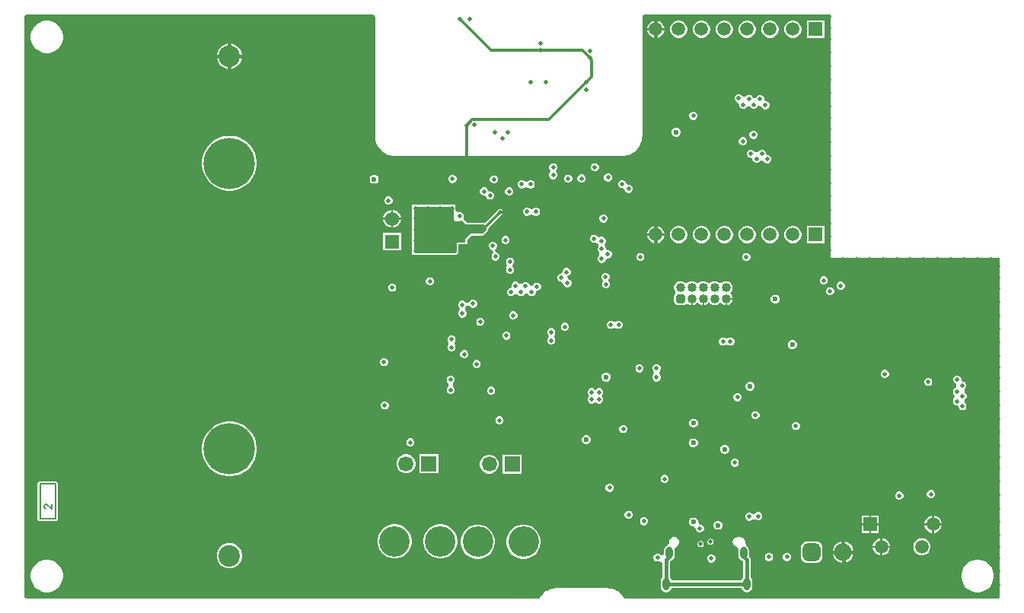
<source format=gbr>
%TF.GenerationSoftware,Altium Limited,Altium Designer,24.7.2 (38)*%
G04 Layer_Physical_Order=2*
G04 Layer_Color=6049555*
%FSLAX45Y45*%
%MOMM*%
%TF.SameCoordinates,33B871D1-E8D8-480E-9A2D-2420748CAAD8*%
%TF.FilePolarity,Positive*%
%TF.FileFunction,Copper,L2,Inr,Signal*%
%TF.Part,Single*%
G01*
G75*
%TA.AperFunction,Conductor*%
%ADD10C,0.30000*%
%ADD71C,0.40000*%
%TA.AperFunction,NonConductor*%
%ADD73C,0.20000*%
%TA.AperFunction,ComponentPad*%
%ADD74R,1.50000X1.50000*%
%ADD75C,1.50000*%
%ADD76O,0.80000X1.40000*%
%ADD77C,2.40000*%
%ADD78C,5.70000*%
%ADD79C,0.10000*%
%ADD80C,1.57000*%
%ADD81R,1.57000X1.57000*%
%ADD82C,1.01600*%
G04:AMPARAMS|DCode=83|XSize=1.016mm|YSize=1.016mm|CornerRadius=0.254mm|HoleSize=0mm|Usage=FLASHONLY|Rotation=0.000|XOffset=0mm|YOffset=0mm|HoleType=Round|Shape=RoundedRectangle|*
%AMROUNDEDRECTD83*
21,1,1.01600,0.50800,0,0,0.0*
21,1,0.50800,1.01600,0,0,0.0*
1,1,0.50800,0.25400,-0.25400*
1,1,0.50800,-0.25400,-0.25400*
1,1,0.50800,-0.25400,0.25400*
1,1,0.50800,0.25400,0.25400*
%
%ADD83ROUNDEDRECTD83*%
%ADD84C,1.69000*%
%ADD85R,1.69000X1.69000*%
%ADD86C,3.40000*%
G04:AMPARAMS|DCode=87|XSize=1.95mm|YSize=1.95mm|CornerRadius=0.4875mm|HoleSize=0mm|Usage=FLASHONLY|Rotation=0.000|XOffset=0mm|YOffset=0mm|HoleType=Round|Shape=RoundedRectangle|*
%AMROUNDEDRECTD87*
21,1,1.95000,0.97500,0,0,0.0*
21,1,0.97500,1.95000,0,0,0.0*
1,1,0.97500,0.48750,-0.48750*
1,1,0.97500,-0.48750,-0.48750*
1,1,0.97500,-0.48750,0.48750*
1,1,0.97500,0.48750,0.48750*
%
%ADD87ROUNDEDRECTD87*%
%ADD88C,1.95000*%
%TA.AperFunction,ViaPad*%
%ADD89C,0.50000*%
%ADD90C,0.60000*%
G36*
X9070000Y3890000D02*
X10949138D01*
Y127000D01*
Y124426D01*
X10948134Y119376D01*
X10946163Y114619D01*
X10943303Y110338D01*
X10939662Y106697D01*
X10935381Y103836D01*
X10930624Y101866D01*
X10925574Y100862D01*
X6774586D01*
X6770620Y108902D01*
X6758406Y127181D01*
X6751886Y134616D01*
X6745863Y142465D01*
X6730318Y158010D01*
X6722472Y164031D01*
X6715035Y170553D01*
X6696755Y182767D01*
X6687883Y187143D01*
X6679316Y192089D01*
X6659005Y200502D01*
X6649451Y203062D01*
X6640083Y206242D01*
X6618521Y210530D01*
X6611106Y211016D01*
X6603796Y212347D01*
X6592804Y212887D01*
X6590322Y212683D01*
X6587853Y213008D01*
X6012147D01*
X6009677Y212683D01*
X6007195Y212887D01*
X5996203Y212347D01*
X5988894Y211016D01*
X5981478Y210530D01*
X5959916Y206242D01*
X5950548Y203062D01*
X5940994Y200502D01*
X5920683Y192089D01*
X5912117Y187143D01*
X5903244Y182767D01*
X5884965Y170553D01*
X5877531Y164033D01*
X5869681Y158010D01*
X5854136Y142465D01*
X5848116Y134619D01*
X5841593Y127182D01*
X5829379Y108902D01*
X5825414Y100862D01*
X124426D01*
X119375Y101866D01*
X114619Y103836D01*
X110338Y106697D01*
X106697Y110338D01*
X103836Y114619D01*
X101866Y119375D01*
X100862Y124426D01*
Y127000D01*
Y6573000D01*
Y6575574D01*
X101866Y6580625D01*
X103836Y6585381D01*
X106697Y6589662D01*
X110338Y6593303D01*
X114619Y6596163D01*
X119376Y6598134D01*
X124426Y6599138D01*
X3975574D01*
X3980623Y6598134D01*
X3985381Y6596163D01*
X3989662Y6593303D01*
X3993303Y6589662D01*
X3996163Y6585381D01*
X3998134Y6580624D01*
X3999138Y6575574D01*
Y5252000D01*
X3999463Y5249533D01*
X3999260Y5247052D01*
X3999871Y5234604D01*
X4001202Y5227292D01*
X4001688Y5219875D01*
X4006545Y5195457D01*
X4009724Y5186090D01*
X4012284Y5176536D01*
X4021812Y5153535D01*
X4026758Y5144968D01*
X4031133Y5136096D01*
X4044964Y5115396D01*
X4051485Y5107961D01*
X4057508Y5100112D01*
X4075112Y5082508D01*
X4082960Y5076486D01*
X4090396Y5069964D01*
X4111096Y5056133D01*
X4119968Y5051758D01*
X4128535Y5046812D01*
X4151536Y5037285D01*
X4161091Y5034724D01*
X4170457Y5031545D01*
X4194875Y5026688D01*
X4202292Y5026202D01*
X4209604Y5024871D01*
X4222052Y5024260D01*
X4224533Y5024463D01*
X4227000Y5024139D01*
X4773000D01*
X4775467Y5024463D01*
X4777948Y5024260D01*
X4790396Y5024871D01*
X4791105Y5025000D01*
X6228895D01*
X6229604Y5024871D01*
X6242052Y5024260D01*
X6244533Y5024463D01*
X6247000Y5024139D01*
X6743000D01*
X6745467Y5024463D01*
X6747948Y5024260D01*
X6760396Y5024871D01*
X6767708Y5026202D01*
X6775125Y5026688D01*
X6799543Y5031545D01*
X6808910Y5034724D01*
X6818464Y5037285D01*
X6841465Y5046812D01*
X6850032Y5051758D01*
X6858903Y5056133D01*
X6879604Y5069964D01*
X6887039Y5076485D01*
X6894888Y5082508D01*
X6912492Y5100112D01*
X6918514Y5107960D01*
X6925035Y5115396D01*
X6938867Y5136096D01*
X6943242Y5144968D01*
X6948188Y5153535D01*
X6957715Y5176536D01*
X6960276Y5186091D01*
X6963455Y5195457D01*
X6968312Y5219875D01*
X6968798Y5227290D01*
X6970129Y5234602D01*
X6970740Y5247050D01*
X6970537Y5249532D01*
X6970862Y5252000D01*
Y6575574D01*
X6971866Y6580625D01*
X6973836Y6585381D01*
X6976697Y6589662D01*
X6980338Y6593303D01*
X6984618Y6596163D01*
X6989376Y6598134D01*
X6994426Y6599138D01*
X6997000D01*
X9069999Y6599139D01*
X9070000Y3890000D01*
D02*
G37*
%LPC*%
G36*
X7134507Y6531000D02*
X7132001D01*
Y6446001D01*
X7217000D01*
Y6448507D01*
X7210526Y6472669D01*
X7198019Y6494331D01*
X7180331Y6512019D01*
X7158668Y6524526D01*
X7134507Y6531000D01*
D02*
G37*
G36*
X7112001D02*
X7109493D01*
X7085332Y6524526D01*
X7063669Y6512019D01*
X7045981Y6494331D01*
X7033474Y6472669D01*
X7027000Y6448507D01*
Y6446001D01*
X7112001D01*
Y6531000D01*
D02*
G37*
G36*
X8995000D02*
X8805000D01*
Y6341000D01*
X8995000D01*
Y6531000D01*
D02*
G37*
G36*
X8658507D02*
X8633493D01*
X8609332Y6524526D01*
X8587669Y6512019D01*
X8569981Y6494331D01*
X8557474Y6472669D01*
X8551000Y6448507D01*
Y6423493D01*
X8557474Y6399332D01*
X8569981Y6377669D01*
X8587669Y6359981D01*
X8609332Y6347474D01*
X8633493Y6341000D01*
X8658507D01*
X8682668Y6347474D01*
X8704331Y6359981D01*
X8722019Y6377669D01*
X8734526Y6399332D01*
X8741000Y6423493D01*
Y6448507D01*
X8734526Y6472669D01*
X8722019Y6494331D01*
X8704331Y6512019D01*
X8682668Y6524526D01*
X8658507Y6531000D01*
D02*
G37*
G36*
X8404507D02*
X8379493D01*
X8355332Y6524526D01*
X8333669Y6512019D01*
X8315981Y6494331D01*
X8303474Y6472669D01*
X8297000Y6448507D01*
Y6423493D01*
X8303474Y6399332D01*
X8315981Y6377669D01*
X8333669Y6359981D01*
X8355332Y6347474D01*
X8379493Y6341000D01*
X8404507D01*
X8428668Y6347474D01*
X8450331Y6359981D01*
X8468019Y6377669D01*
X8480526Y6399332D01*
X8487000Y6423493D01*
Y6448507D01*
X8480526Y6472669D01*
X8468019Y6494331D01*
X8450331Y6512019D01*
X8428668Y6524526D01*
X8404507Y6531000D01*
D02*
G37*
G36*
X8150507D02*
X8125493D01*
X8101332Y6524526D01*
X8079669Y6512019D01*
X8061981Y6494331D01*
X8049474Y6472669D01*
X8043000Y6448507D01*
Y6423493D01*
X8049474Y6399332D01*
X8061981Y6377669D01*
X8079669Y6359981D01*
X8101332Y6347474D01*
X8125493Y6341000D01*
X8150507D01*
X8174668Y6347474D01*
X8196331Y6359981D01*
X8214019Y6377669D01*
X8226526Y6399332D01*
X8233000Y6423493D01*
Y6448507D01*
X8226526Y6472669D01*
X8214019Y6494331D01*
X8196331Y6512019D01*
X8174668Y6524526D01*
X8150507Y6531000D01*
D02*
G37*
G36*
X7896507D02*
X7871493D01*
X7847332Y6524526D01*
X7825669Y6512019D01*
X7807981Y6494331D01*
X7795474Y6472669D01*
X7789000Y6448507D01*
Y6423493D01*
X7795474Y6399332D01*
X7807981Y6377669D01*
X7825669Y6359981D01*
X7847332Y6347474D01*
X7871493Y6341000D01*
X7896507D01*
X7920668Y6347474D01*
X7942331Y6359981D01*
X7960019Y6377669D01*
X7972526Y6399332D01*
X7979000Y6423493D01*
Y6448507D01*
X7972526Y6472669D01*
X7960019Y6494331D01*
X7942331Y6512019D01*
X7920668Y6524526D01*
X7896507Y6531000D01*
D02*
G37*
G36*
X7642507D02*
X7617493D01*
X7593332Y6524526D01*
X7571669Y6512019D01*
X7553981Y6494331D01*
X7541474Y6472669D01*
X7535000Y6448507D01*
Y6423493D01*
X7541474Y6399332D01*
X7553981Y6377669D01*
X7571669Y6359981D01*
X7593332Y6347474D01*
X7617493Y6341000D01*
X7642507D01*
X7666668Y6347474D01*
X7688331Y6359981D01*
X7706019Y6377669D01*
X7718526Y6399332D01*
X7725000Y6423493D01*
Y6448507D01*
X7718526Y6472669D01*
X7706019Y6494331D01*
X7688331Y6512019D01*
X7666668Y6524526D01*
X7642507Y6531000D01*
D02*
G37*
G36*
X7388507D02*
X7363493D01*
X7339332Y6524526D01*
X7317669Y6512019D01*
X7299981Y6494331D01*
X7287474Y6472669D01*
X7281000Y6448507D01*
Y6423493D01*
X7287474Y6399332D01*
X7299981Y6377669D01*
X7317669Y6359981D01*
X7339332Y6347474D01*
X7363493Y6341000D01*
X7388507D01*
X7412668Y6347474D01*
X7434331Y6359981D01*
X7452019Y6377669D01*
X7464526Y6399332D01*
X7471000Y6423493D01*
Y6448507D01*
X7464526Y6472669D01*
X7452019Y6494331D01*
X7434331Y6512019D01*
X7412668Y6524526D01*
X7388507Y6531000D01*
D02*
G37*
G36*
X7217000Y6426001D02*
X7132001D01*
Y6341000D01*
X7134507D01*
X7158668Y6347474D01*
X7180331Y6359981D01*
X7198019Y6377669D01*
X7210526Y6399332D01*
X7217000Y6423493D01*
Y6426001D01*
D02*
G37*
G36*
X7112001D02*
X7027000D01*
Y6423493D01*
X7033474Y6399332D01*
X7045981Y6377669D01*
X7063669Y6359981D01*
X7085332Y6347474D01*
X7109493Y6341000D01*
X7112001D01*
Y6426001D01*
D02*
G37*
G36*
X367728Y6530000D02*
X332272D01*
X297496Y6523083D01*
X264738Y6509514D01*
X235257Y6489815D01*
X210185Y6464743D01*
X190486Y6435262D01*
X176917Y6402504D01*
X170000Y6367728D01*
Y6332272D01*
X176917Y6297496D01*
X190486Y6264738D01*
X210185Y6235257D01*
X235257Y6210185D01*
X264738Y6190486D01*
X297496Y6176917D01*
X332272Y6170000D01*
X367728D01*
X402504Y6176917D01*
X435262Y6190486D01*
X464743Y6210185D01*
X489815Y6235257D01*
X509514Y6264738D01*
X523083Y6297496D01*
X530000Y6332272D01*
Y6367728D01*
X523083Y6402504D01*
X509514Y6435262D01*
X489815Y6464743D01*
X464743Y6489815D01*
X435262Y6509514D01*
X402504Y6523083D01*
X367728Y6530000D01*
D02*
G37*
G36*
X2398431Y6275000D02*
X2390000D01*
Y6145001D01*
X2520000D01*
Y6153431D01*
X2510459Y6189038D01*
X2492028Y6220962D01*
X2465962Y6247028D01*
X2434038Y6265459D01*
X2398431Y6275000D01*
D02*
G37*
G36*
X2370000D02*
X2361569D01*
X2325962Y6265459D01*
X2294038Y6247028D01*
X2267972Y6220962D01*
X2249541Y6189038D01*
X2240000Y6153431D01*
Y6145001D01*
X2370000D01*
Y6275000D01*
D02*
G37*
G36*
X2520000Y6125001D02*
X2390000D01*
Y5995000D01*
X2398431D01*
X2434038Y6004541D01*
X2465962Y6022972D01*
X2492028Y6049038D01*
X2510459Y6080962D01*
X2520000Y6116569D01*
Y6125001D01*
D02*
G37*
G36*
X2370000D02*
X2240000D01*
Y6116569D01*
X2249541Y6080962D01*
X2267972Y6049038D01*
X2294038Y6022972D01*
X2325962Y6004541D01*
X2361569Y5995000D01*
X2370000D01*
Y6125001D01*
D02*
G37*
G36*
X8052165Y5712023D02*
X8034263D01*
X8017724Y5705172D01*
X8005065Y5692514D01*
X7998214Y5675974D01*
Y5658073D01*
X8005065Y5641533D01*
X8017724Y5628874D01*
X8034263Y5622024D01*
X8051257Y5602694D01*
Y5584792D01*
X8058108Y5568253D01*
X8070766Y5555594D01*
X8087306Y5548743D01*
X8105208D01*
X8121747Y5555594D01*
X8134406Y5568253D01*
X8136310Y5572849D01*
X8173592Y5574300D01*
X8174676Y5571684D01*
X8187335Y5559026D01*
X8203874Y5552175D01*
X8221776D01*
X8238316Y5559026D01*
X8250974Y5571684D01*
X8255966Y5583735D01*
X8262664Y5586582D01*
X8297815Y5574253D01*
X8301851Y5564510D01*
X8314510Y5551851D01*
X8331049Y5545000D01*
X8348951D01*
X8365491Y5551851D01*
X8378149Y5564510D01*
X8385000Y5581049D01*
Y5598951D01*
X8378149Y5615490D01*
X8365491Y5628149D01*
X8353472Y5633127D01*
X8345758Y5638141D01*
X8327785Y5655818D01*
X8325897Y5667865D01*
Y5668951D01*
X8319046Y5685491D01*
X8306387Y5698149D01*
X8289848Y5705000D01*
X8271946D01*
X8255406Y5698149D01*
X8242748Y5685491D01*
X8237756Y5673439D01*
X8236736Y5670976D01*
X8235691Y5668966D01*
X8202161Y5671346D01*
X8195311Y5687885D01*
X8182652Y5700544D01*
X8166112Y5707395D01*
X8148211D01*
X8131671Y5700544D01*
X8119013Y5687886D01*
X8082205Y5690483D01*
X8081363Y5692514D01*
X8068704Y5705172D01*
X8052165Y5712023D01*
D02*
G37*
G36*
X7548951Y5516930D02*
X7531049D01*
X7514509Y5510079D01*
X7501851Y5497421D01*
X7495000Y5480881D01*
Y5462979D01*
X7501851Y5446440D01*
X7514509Y5433781D01*
X7531049Y5426930D01*
X7548951D01*
X7565490Y5433781D01*
X7578149Y5446440D01*
X7585000Y5462979D01*
Y5480881D01*
X7578149Y5497421D01*
X7565490Y5510079D01*
X7548951Y5516930D01*
D02*
G37*
G36*
X7359946Y5340000D02*
X7340054D01*
X7321677Y5332388D01*
X7307612Y5318323D01*
X7300000Y5299946D01*
Y5280054D01*
X7307612Y5261677D01*
X7321677Y5247612D01*
X7340054Y5240000D01*
X7359946D01*
X7378323Y5247612D01*
X7392388Y5261677D01*
X7400000Y5280054D01*
Y5299946D01*
X7392388Y5318323D01*
X7378323Y5332388D01*
X7359946Y5340000D01*
D02*
G37*
G36*
X8216169Y5305000D02*
X8198268D01*
X8181728Y5298149D01*
X8169070Y5285490D01*
X8162219Y5268951D01*
Y5251049D01*
X8169070Y5234509D01*
X8181728Y5221851D01*
X8198268Y5215000D01*
X8216169D01*
X8232709Y5221851D01*
X8245368Y5234509D01*
X8252218Y5251049D01*
Y5268951D01*
X8245368Y5285490D01*
X8232709Y5298149D01*
X8216169Y5305000D01*
D02*
G37*
G36*
X8098951Y5235000D02*
X8081049D01*
X8064510Y5228149D01*
X8051851Y5215490D01*
X8045000Y5198951D01*
Y5181049D01*
X8051851Y5164510D01*
X8064510Y5151851D01*
X8081049Y5145000D01*
X8098951D01*
X8115490Y5151851D01*
X8128149Y5164510D01*
X8135000Y5181049D01*
Y5198951D01*
X8128149Y5215490D01*
X8115490Y5228149D01*
X8098951Y5235000D01*
D02*
G37*
G36*
X8308951Y5095000D02*
X8291049D01*
X8274509Y5088149D01*
X8261851Y5075490D01*
X8257500Y5064986D01*
X8255363Y5064590D01*
X8224637D01*
X8222500Y5064986D01*
X8218149Y5075490D01*
X8205490Y5088149D01*
X8188951Y5095000D01*
X8171049D01*
X8154509Y5088149D01*
X8141851Y5075490D01*
X8135000Y5058951D01*
Y5041049D01*
X8141851Y5024510D01*
X8154509Y5011851D01*
X8171049Y5005000D01*
X8189892Y5002709D01*
X8197637Y4983865D01*
X8204488Y4967326D01*
X8217146Y4954667D01*
X8233686Y4947816D01*
X8251588D01*
X8268127Y4954667D01*
X8280786Y4967326D01*
X8282664Y4971861D01*
X8319677Y4969758D01*
X8321851Y4964510D01*
X8334510Y4951851D01*
X8351049Y4945000D01*
X8368951D01*
X8385490Y4951851D01*
X8398149Y4964510D01*
X8405000Y4981049D01*
Y4998951D01*
X8398149Y5015490D01*
X8385490Y5028149D01*
X8368951Y5035000D01*
X8349829Y5039829D01*
X8345000Y5058951D01*
X8338149Y5075490D01*
X8325490Y5088149D01*
X8308951Y5095000D01*
D02*
G37*
G36*
X6453951Y4944260D02*
X6436049D01*
X6419509Y4937409D01*
X6406851Y4924750D01*
X6400000Y4908211D01*
Y4890309D01*
X6406851Y4873770D01*
X6419509Y4861111D01*
X6436049Y4854260D01*
X6453951D01*
X6470490Y4861111D01*
X6483149Y4873770D01*
X6490000Y4890309D01*
Y4908211D01*
X6483149Y4924750D01*
X6470490Y4937409D01*
X6453951Y4944260D01*
D02*
G37*
G36*
X5988951Y4945000D02*
X5971049D01*
X5954510Y4938149D01*
X5941851Y4925491D01*
X5935000Y4908951D01*
Y4891049D01*
X5941851Y4874510D01*
X5951398Y4856107D01*
X5941577Y4837977D01*
X5934726Y4821438D01*
Y4803536D01*
X5941577Y4786996D01*
X5954236Y4774338D01*
X5970775Y4767487D01*
X5988677D01*
X6005217Y4774338D01*
X6017875Y4786996D01*
X6024726Y4803536D01*
Y4821438D01*
X6017875Y4837977D01*
X6008329Y4856380D01*
X6018149Y4874510D01*
X6025000Y4891049D01*
Y4908951D01*
X6018149Y4925491D01*
X6005490Y4938149D01*
X5988951Y4945000D01*
D02*
G37*
G36*
X6598951Y4830000D02*
X6581049D01*
X6564510Y4823149D01*
X6551851Y4810491D01*
X6545000Y4793951D01*
Y4776049D01*
X6551851Y4759510D01*
X6564510Y4746851D01*
X6581049Y4740000D01*
X6598951D01*
X6615490Y4746851D01*
X6628149Y4759510D01*
X6635000Y4776049D01*
Y4793951D01*
X6628149Y4810491D01*
X6615490Y4823149D01*
X6598951Y4830000D01*
D02*
G37*
G36*
X5738951Y4755000D02*
X5721049D01*
X5704510Y4748149D01*
X5701879Y4745518D01*
X5680000Y4739014D01*
X5658121Y4745518D01*
X5655490Y4748149D01*
X5638951Y4755000D01*
X5621049D01*
X5604509Y4748149D01*
X5591851Y4735490D01*
X5585000Y4718951D01*
Y4701049D01*
X5591851Y4684510D01*
X5604509Y4671851D01*
X5621049Y4665000D01*
X5638951D01*
X5655490Y4671851D01*
X5658121Y4674482D01*
X5680000Y4680986D01*
X5701879Y4674482D01*
X5704510Y4671851D01*
X5721049Y4665000D01*
X5738951D01*
X5755490Y4671851D01*
X5768149Y4684510D01*
X5775000Y4701049D01*
Y4718951D01*
X5768149Y4735490D01*
X5755490Y4748149D01*
X5738951Y4755000D01*
D02*
G37*
G36*
X6303951Y4820000D02*
X6286049D01*
X6269510Y4813149D01*
X6256851Y4800491D01*
X6250000Y4783951D01*
Y4766049D01*
X6256851Y4749510D01*
X6269510Y4736851D01*
X6286049Y4730000D01*
X6303951D01*
X6320491Y4736851D01*
X6333149Y4749510D01*
X6340000Y4766049D01*
Y4783951D01*
X6333149Y4800491D01*
X6320491Y4813149D01*
X6303951Y4820000D01*
D02*
G37*
G36*
X6156310Y4817641D02*
X6138408D01*
X6121869Y4810790D01*
X6109210Y4798131D01*
X6102359Y4781592D01*
Y4763690D01*
X6109210Y4747150D01*
X6121869Y4734492D01*
X6138408Y4727641D01*
X6156310D01*
X6172850Y4734492D01*
X6185508Y4747150D01*
X6192359Y4763690D01*
Y4781592D01*
X6185508Y4798131D01*
X6172850Y4810790D01*
X6156310Y4817641D01*
D02*
G37*
G36*
X4868951Y4815000D02*
X4851049D01*
X4834510Y4808149D01*
X4821851Y4795491D01*
X4815000Y4778951D01*
Y4761049D01*
X4821851Y4744510D01*
X4834510Y4731851D01*
X4851049Y4725000D01*
X4868951D01*
X4885490Y4731851D01*
X4898149Y4744510D01*
X4905000Y4761049D01*
Y4778951D01*
X4898149Y4795491D01*
X4885490Y4808149D01*
X4868951Y4815000D01*
D02*
G37*
G36*
X5328951Y4810000D02*
X5311049D01*
X5294509Y4803149D01*
X5281851Y4790491D01*
X5275000Y4773951D01*
Y4756049D01*
X5281851Y4739510D01*
X5294509Y4726851D01*
X5311049Y4720000D01*
X5328951D01*
X5345490Y4726851D01*
X5358149Y4739510D01*
X5365000Y4756049D01*
Y4773951D01*
X5358149Y4790491D01*
X5345490Y4803149D01*
X5328951Y4810000D01*
D02*
G37*
G36*
X3999946Y4817500D02*
X3980055D01*
X3961677Y4809888D01*
X3947612Y4795823D01*
X3940000Y4777446D01*
Y4757555D01*
X3947612Y4739177D01*
X3961677Y4725112D01*
X3980055Y4717500D01*
X3999946D01*
X4018323Y4725112D01*
X4032388Y4739177D01*
X4040000Y4757555D01*
Y4777446D01*
X4032388Y4795823D01*
X4018323Y4809888D01*
X3999946Y4817500D01*
D02*
G37*
G36*
X2404004Y5250000D02*
X2355996D01*
X2308579Y5242490D01*
X2262921Y5227655D01*
X2220145Y5205859D01*
X2181306Y5177641D01*
X2147359Y5143694D01*
X2119141Y5104855D01*
X2097345Y5062079D01*
X2082510Y5016421D01*
X2075000Y4969004D01*
Y4920996D01*
X2082510Y4873579D01*
X2097345Y4827921D01*
X2119141Y4785145D01*
X2147359Y4746306D01*
X2181306Y4712359D01*
X2220145Y4684141D01*
X2262921Y4662346D01*
X2308579Y4647510D01*
X2355996Y4640000D01*
X2404004D01*
X2451421Y4647510D01*
X2497079Y4662346D01*
X2539855Y4684141D01*
X2578694Y4712359D01*
X2612641Y4746306D01*
X2640859Y4785145D01*
X2662654Y4827921D01*
X2677490Y4873579D01*
X2685000Y4920996D01*
Y4969004D01*
X2677490Y5016421D01*
X2662654Y5062079D01*
X2640859Y5104855D01*
X2612641Y5143694D01*
X2578694Y5177641D01*
X2539855Y5205859D01*
X2497079Y5227655D01*
X2451421Y5242490D01*
X2404004Y5250000D01*
D02*
G37*
G36*
X6756451Y4757500D02*
X6738549D01*
X6722010Y4750649D01*
X6709351Y4737991D01*
X6702500Y4721451D01*
Y4703549D01*
X6709351Y4687010D01*
X6722010Y4674351D01*
X6738549Y4667500D01*
X6756451D01*
X6775000Y4651049D01*
X6781851Y4634510D01*
X6794510Y4621851D01*
X6811049Y4615000D01*
X6828951D01*
X6845490Y4621851D01*
X6858149Y4634510D01*
X6865000Y4651049D01*
Y4668951D01*
X6858149Y4685491D01*
X6845490Y4698149D01*
X6828951Y4705000D01*
X6811049D01*
X6792500Y4721451D01*
X6785649Y4737991D01*
X6772991Y4750649D01*
X6756451Y4757500D01*
D02*
G37*
G36*
X5498951Y4675000D02*
X5481049D01*
X5464510Y4668149D01*
X5451851Y4655490D01*
X5445000Y4638951D01*
Y4621049D01*
X5451851Y4604509D01*
X5464510Y4591851D01*
X5481049Y4585000D01*
X5498951D01*
X5515490Y4591851D01*
X5528149Y4604509D01*
X5535000Y4621049D01*
Y4638951D01*
X5528149Y4655490D01*
X5515490Y4668149D01*
X5498951Y4675000D01*
D02*
G37*
G36*
X5218951D02*
X5201049D01*
X5184510Y4668149D01*
X5171851Y4655490D01*
X5165000Y4638951D01*
Y4621049D01*
X5171851Y4604509D01*
X5184510Y4591851D01*
X5201049Y4585000D01*
X5218951D01*
X5241851Y4559509D01*
X5254510Y4546851D01*
X5271049Y4540000D01*
X5288951D01*
X5305491Y4546851D01*
X5318149Y4559510D01*
X5325000Y4576049D01*
Y4593951D01*
X5318149Y4610490D01*
X5305491Y4623149D01*
X5288951Y4630000D01*
X5271049D01*
X5248149Y4655491D01*
X5235490Y4668149D01*
X5218951Y4675000D01*
D02*
G37*
G36*
X4158951Y4575000D02*
X4141049D01*
X4124510Y4568149D01*
X4111851Y4555491D01*
X4105000Y4538951D01*
Y4521049D01*
X4111851Y4504510D01*
X4124510Y4491851D01*
X4141049Y4485000D01*
X4158951D01*
X4175491Y4491851D01*
X4188149Y4504510D01*
X4195000Y4521049D01*
Y4538951D01*
X4188149Y4555491D01*
X4175491Y4568149D01*
X4158951Y4575000D01*
D02*
G37*
G36*
X5798951Y4450000D02*
X5781049D01*
X5764509Y4443149D01*
X5761879Y4440518D01*
X5740000Y4434014D01*
X5718121Y4440518D01*
X5715490Y4443149D01*
X5698951Y4450000D01*
X5681049D01*
X5664509Y4443149D01*
X5651851Y4430491D01*
X5645000Y4413951D01*
Y4396049D01*
X5651851Y4379510D01*
X5664509Y4366851D01*
X5681049Y4360000D01*
X5698951D01*
X5715490Y4366851D01*
X5718121Y4369482D01*
X5740000Y4375986D01*
X5761879Y4369482D01*
X5764509Y4366851D01*
X5781049Y4360000D01*
X5798951D01*
X5815490Y4366851D01*
X5828149Y4379510D01*
X5835000Y4396049D01*
Y4413951D01*
X5828149Y4430491D01*
X5815490Y4443149D01*
X5798951Y4450000D01*
D02*
G37*
G36*
X4202968Y4425500D02*
X4200000D01*
Y4337000D01*
X4288500D01*
Y4339968D01*
X4281787Y4365019D01*
X4268820Y4387480D01*
X4250480Y4405819D01*
X4228019Y4418787D01*
X4202968Y4425500D01*
D02*
G37*
G36*
X4180000D02*
X4177032D01*
X4151981Y4418787D01*
X4129520Y4405819D01*
X4111180Y4387480D01*
X4098213Y4365019D01*
X4091500Y4339968D01*
Y4337000D01*
X4180000D01*
Y4425500D01*
D02*
G37*
G36*
X6548951Y4375000D02*
X6531049D01*
X6514509Y4368149D01*
X6501851Y4355490D01*
X6495000Y4338951D01*
Y4321049D01*
X6501851Y4304510D01*
X6514509Y4291851D01*
X6531049Y4285000D01*
X6548951D01*
X6565490Y4291851D01*
X6578149Y4304510D01*
X6585000Y4321049D01*
Y4338951D01*
X6578149Y4355490D01*
X6565490Y4368149D01*
X6548951Y4375000D01*
D02*
G37*
G36*
X4288500Y4317000D02*
X4200000D01*
Y4228500D01*
X4202968D01*
X4228019Y4235213D01*
X4250480Y4248180D01*
X4268820Y4266520D01*
X4281787Y4288980D01*
X4288500Y4314032D01*
Y4317000D01*
D02*
G37*
G36*
X4180000D02*
X4091500D01*
Y4314032D01*
X4098213Y4288980D01*
X4111180Y4266520D01*
X4129520Y4248180D01*
X4151981Y4235213D01*
X4177032Y4228500D01*
X4180000D01*
Y4317000D01*
D02*
G37*
G36*
X7134507Y4245000D02*
X7132001D01*
Y4160001D01*
X7217000D01*
Y4162507D01*
X7210526Y4186669D01*
X7198019Y4208331D01*
X7180331Y4226019D01*
X7158668Y4238526D01*
X7134507Y4245000D01*
D02*
G37*
G36*
X7112001D02*
X7109493D01*
X7085332Y4238526D01*
X7063669Y4226019D01*
X7045981Y4208331D01*
X7033474Y4186669D01*
X7027000Y4162507D01*
Y4160001D01*
X7112001D01*
Y4245000D01*
D02*
G37*
G36*
X4412499Y4480012D02*
Y4399134D01*
Y3995935D01*
X4412500Y3957185D01*
X4412499Y3940054D01*
X4412500Y3925000D01*
X4412499Y3925000D01*
X4412500Y3925000D01*
X4472267D01*
X4862214D01*
X4902496Y3924999D01*
X4927500Y3950002D01*
X4927500Y4042499D01*
X5024999Y4042499D01*
X5025000Y4042499D01*
X5025000Y4042500D01*
X5025001Y4094999D01*
X5070000Y4139999D01*
X5188215D01*
X5207500Y4139999D01*
X5260000Y4192498D01*
X5260000Y4208052D01*
X5275001Y4237500D01*
X5299748Y4262248D01*
X5425534Y4388034D01*
Y4412517D01*
X5405151Y4432900D01*
X5372900D01*
X5237500Y4297500D01*
X5228251Y4288251D01*
X5222500Y4282501D01*
X5050455Y4282500D01*
X5025001Y4282501D01*
X5002781Y4304720D01*
X4987490Y4320109D01*
X4986518Y4330228D01*
X4985000Y4346049D01*
Y4363951D01*
X4978149Y4380490D01*
X4965490Y4393149D01*
X4948951Y4400000D01*
X4931049D01*
X4930000Y4399565D01*
X4910000Y4410882D01*
X4895859Y4418883D01*
X4895000Y4420068D01*
Y4480000D01*
X4869564D01*
X4846886D01*
X4512914D01*
X4468591Y4480001D01*
X4434179Y4480011D01*
X4412499Y4480012D01*
D02*
G37*
G36*
X8995000Y4245000D02*
X8805000D01*
Y4055000D01*
X8995000D01*
Y4245000D01*
D02*
G37*
G36*
X8658507D02*
X8633493D01*
X8609332Y4238526D01*
X8587669Y4226019D01*
X8569981Y4208331D01*
X8557474Y4186669D01*
X8551000Y4162507D01*
Y4137493D01*
X8557474Y4113332D01*
X8569981Y4091669D01*
X8587669Y4073981D01*
X8609332Y4061474D01*
X8633493Y4055000D01*
X8658507D01*
X8682668Y4061474D01*
X8704331Y4073981D01*
X8722019Y4091669D01*
X8734526Y4113332D01*
X8741000Y4137493D01*
Y4162507D01*
X8734526Y4186669D01*
X8722019Y4208331D01*
X8704331Y4226019D01*
X8682668Y4238526D01*
X8658507Y4245000D01*
D02*
G37*
G36*
X8404507D02*
X8379493D01*
X8355332Y4238526D01*
X8333669Y4226019D01*
X8315981Y4208331D01*
X8303474Y4186669D01*
X8297000Y4162507D01*
Y4137493D01*
X8303474Y4113332D01*
X8315981Y4091669D01*
X8333669Y4073981D01*
X8355332Y4061474D01*
X8379493Y4055000D01*
X8404507D01*
X8428668Y4061474D01*
X8450331Y4073981D01*
X8468019Y4091669D01*
X8480526Y4113332D01*
X8487000Y4137493D01*
Y4162507D01*
X8480526Y4186669D01*
X8468019Y4208331D01*
X8450331Y4226019D01*
X8428668Y4238526D01*
X8404507Y4245000D01*
D02*
G37*
G36*
X8150507D02*
X8125493D01*
X8101332Y4238526D01*
X8079669Y4226019D01*
X8061981Y4208331D01*
X8049474Y4186669D01*
X8043000Y4162507D01*
Y4137493D01*
X8049474Y4113332D01*
X8061981Y4091669D01*
X8079669Y4073981D01*
X8101332Y4061474D01*
X8125493Y4055000D01*
X8150507D01*
X8174668Y4061474D01*
X8196331Y4073981D01*
X8214019Y4091669D01*
X8226526Y4113332D01*
X8233000Y4137493D01*
Y4162507D01*
X8226526Y4186669D01*
X8214019Y4208331D01*
X8196331Y4226019D01*
X8174668Y4238526D01*
X8150507Y4245000D01*
D02*
G37*
G36*
X7896507D02*
X7871493D01*
X7847332Y4238526D01*
X7825669Y4226019D01*
X7807981Y4208331D01*
X7795474Y4186669D01*
X7789000Y4162507D01*
Y4137493D01*
X7795474Y4113332D01*
X7807981Y4091669D01*
X7825669Y4073981D01*
X7847332Y4061474D01*
X7871493Y4055000D01*
X7896507D01*
X7920668Y4061474D01*
X7942331Y4073981D01*
X7960019Y4091669D01*
X7972526Y4113332D01*
X7979000Y4137493D01*
Y4162507D01*
X7972526Y4186669D01*
X7960019Y4208331D01*
X7942331Y4226019D01*
X7920668Y4238526D01*
X7896507Y4245000D01*
D02*
G37*
G36*
X7642507D02*
X7617493D01*
X7593332Y4238526D01*
X7571669Y4226019D01*
X7553981Y4208331D01*
X7541474Y4186669D01*
X7535000Y4162507D01*
Y4137493D01*
X7541474Y4113332D01*
X7553981Y4091669D01*
X7571669Y4073981D01*
X7593332Y4061474D01*
X7617493Y4055000D01*
X7642507D01*
X7666668Y4061474D01*
X7688331Y4073981D01*
X7706019Y4091669D01*
X7718526Y4113332D01*
X7725000Y4137493D01*
Y4162507D01*
X7718526Y4186669D01*
X7706019Y4208331D01*
X7688331Y4226019D01*
X7666668Y4238526D01*
X7642507Y4245000D01*
D02*
G37*
G36*
X7388507D02*
X7363493D01*
X7339332Y4238526D01*
X7317669Y4226019D01*
X7299981Y4208331D01*
X7287474Y4186669D01*
X7281000Y4162507D01*
Y4137493D01*
X7287474Y4113332D01*
X7299981Y4091669D01*
X7317669Y4073981D01*
X7339332Y4061474D01*
X7363493Y4055000D01*
X7388507D01*
X7412668Y4061474D01*
X7434331Y4073981D01*
X7452019Y4091669D01*
X7464526Y4113332D01*
X7471000Y4137493D01*
Y4162507D01*
X7464526Y4186669D01*
X7452019Y4208331D01*
X7434331Y4226019D01*
X7412668Y4238526D01*
X7388507Y4245000D01*
D02*
G37*
G36*
X7217000Y4140001D02*
X7132001D01*
Y4055000D01*
X7134507D01*
X7158668Y4061474D01*
X7180331Y4073981D01*
X7198019Y4091669D01*
X7210526Y4113332D01*
X7217000Y4137493D01*
Y4140001D01*
D02*
G37*
G36*
X7112001D02*
X7027000D01*
Y4137493D01*
X7033474Y4113332D01*
X7045981Y4091669D01*
X7063669Y4073981D01*
X7085332Y4061474D01*
X7109493Y4055000D01*
X7112001D01*
Y4140001D01*
D02*
G37*
G36*
X5458951Y4135000D02*
X5441049D01*
X5424510Y4128149D01*
X5411851Y4115490D01*
X5405000Y4098951D01*
Y4081049D01*
X5411851Y4064510D01*
X5424510Y4051851D01*
X5441049Y4045000D01*
X5458951D01*
X5475490Y4051851D01*
X5488149Y4064510D01*
X5495000Y4081049D01*
Y4098951D01*
X5488149Y4115490D01*
X5475490Y4128149D01*
X5458951Y4135000D01*
D02*
G37*
G36*
X4288500Y4171500D02*
X4091500D01*
Y3974500D01*
X4288500D01*
Y4171500D01*
D02*
G37*
G36*
X5317849Y4069741D02*
X5299947D01*
X5283408Y4062890D01*
X5270749Y4050231D01*
X5263899Y4033692D01*
Y4015790D01*
X5270749Y3999250D01*
X5283408Y3986592D01*
X5299947Y3979741D01*
X5309603Y3979740D01*
X5316289Y3946131D01*
X5314509Y3943889D01*
X5308799Y3938178D01*
X5301851Y3931231D01*
X5295000Y3914691D01*
Y3896789D01*
X5301851Y3880250D01*
X5314510Y3867591D01*
X5331049Y3860740D01*
X5348951D01*
X5365490Y3867591D01*
X5378149Y3880250D01*
X5385000Y3896789D01*
Y3914691D01*
X5378149Y3931231D01*
X5365490Y3943889D01*
X5348951Y3950740D01*
X5339295Y3950741D01*
X5332610Y3984350D01*
X5334389Y3986591D01*
X5340100Y3992303D01*
X5347047Y3999250D01*
X5353898Y4015790D01*
Y4033692D01*
X5347047Y4050231D01*
X5334389Y4062890D01*
X5317849Y4069741D01*
D02*
G37*
G36*
X8138951Y3945000D02*
X8121049D01*
X8104510Y3938149D01*
X8091851Y3925490D01*
X8085000Y3908951D01*
Y3891049D01*
X8091851Y3874510D01*
X8104510Y3861851D01*
X8121049Y3855000D01*
X8138951D01*
X8155490Y3861851D01*
X8168149Y3874510D01*
X8175000Y3891049D01*
Y3908951D01*
X8168149Y3925490D01*
X8155490Y3938149D01*
X8138951Y3945000D01*
D02*
G37*
G36*
X6958951D02*
X6941049D01*
X6924510Y3938149D01*
X6911851Y3925490D01*
X6905000Y3908951D01*
Y3891049D01*
X6911851Y3874510D01*
X6924510Y3861851D01*
X6941049Y3855000D01*
X6958951D01*
X6975490Y3861851D01*
X6988149Y3874510D01*
X6995000Y3891049D01*
Y3908951D01*
X6988149Y3925490D01*
X6975490Y3938149D01*
X6958951Y3945000D01*
D02*
G37*
G36*
X6444817Y4148639D02*
X6426915D01*
X6410376Y4141788D01*
X6397717Y4129130D01*
X6390866Y4112590D01*
Y4094688D01*
X6397717Y4078149D01*
X6410376Y4065490D01*
X6426915Y4058639D01*
X6444817D01*
X6445093Y4058754D01*
X6450137Y4060827D01*
X6484306Y4042628D01*
X6485883Y4035000D01*
X6481851Y4015490D01*
X6479885Y4010745D01*
X6475000Y3998951D01*
Y3981049D01*
X6481851Y3964509D01*
X6491553Y3954808D01*
X6493150Y3935000D01*
X6491553Y3915192D01*
X6481851Y3905490D01*
X6475000Y3888951D01*
Y3871049D01*
X6481851Y3854509D01*
X6494509Y3841851D01*
X6511049Y3835000D01*
X6528951D01*
X6545490Y3841851D01*
X6558149Y3854509D01*
X6565000Y3871048D01*
X6579117Y3886933D01*
X6597019D01*
X6613558Y3893783D01*
X6626217Y3906442D01*
X6633068Y3922981D01*
Y3940883D01*
X6626217Y3957423D01*
X6613558Y3970081D01*
X6597019Y3976932D01*
X6577509Y3979441D01*
X6565000Y3998951D01*
X6560114Y4010745D01*
X6558149Y4015490D01*
X6554117Y4035000D01*
X6558149Y4054510D01*
X6560114Y4059255D01*
X6565000Y4071049D01*
Y4088951D01*
X6558149Y4105490D01*
X6545490Y4118149D01*
X6528951Y4125000D01*
X6511049D01*
X6510773Y4124886D01*
X6494456Y4118178D01*
X6474015Y4129130D01*
X6461356Y4141788D01*
X6444817Y4148639D01*
D02*
G37*
G36*
X5508951Y3895000D02*
X5491049D01*
X5474509Y3888149D01*
X5461851Y3875490D01*
X5455000Y3858951D01*
Y3841049D01*
X5461851Y3824510D01*
X5471219Y3805000D01*
X5461851Y3785491D01*
X5455000Y3768951D01*
Y3751049D01*
X5461851Y3734510D01*
X5474509Y3721851D01*
X5491049Y3715000D01*
X5508951D01*
X5525490Y3721851D01*
X5538149Y3734510D01*
X5545000Y3751049D01*
Y3768951D01*
X5538149Y3785490D01*
X5528780Y3805000D01*
X5538149Y3824509D01*
X5545000Y3841049D01*
Y3858951D01*
X5538149Y3875490D01*
X5525490Y3888149D01*
X5508951Y3895000D01*
D02*
G37*
G36*
X7913321Y3632800D02*
X7894679D01*
X7876672Y3627975D01*
X7864975Y3621222D01*
X7840500Y3608915D01*
X7816024Y3621222D01*
X7804328Y3627975D01*
X7786321Y3632800D01*
X7767679D01*
X7749672Y3627975D01*
X7737975Y3621222D01*
X7713500Y3608915D01*
X7689024Y3621222D01*
X7677328Y3627975D01*
X7659321Y3632800D01*
X7640679D01*
X7622672Y3627975D01*
X7610975Y3621222D01*
X7586500Y3608915D01*
X7562024Y3621222D01*
X7550328Y3627975D01*
X7532321Y3632800D01*
X7513679D01*
X7495672Y3627975D01*
X7483975Y3621222D01*
X7459500Y3608915D01*
X7435025Y3621222D01*
X7423328Y3627975D01*
X7405321Y3632800D01*
X7386679D01*
X7368672Y3627975D01*
X7352528Y3618654D01*
X7339346Y3605472D01*
X7330025Y3589328D01*
X7325200Y3571321D01*
Y3552679D01*
X7330025Y3534672D01*
X7339346Y3518528D01*
X7337868Y3493132D01*
X7327834Y3478114D01*
X7324310Y3460400D01*
Y3409600D01*
X7327834Y3391886D01*
X7337868Y3376868D01*
X7352886Y3366834D01*
X7370600Y3363311D01*
X7421400D01*
X7439114Y3366834D01*
X7454132Y3376868D01*
X7479528Y3378346D01*
X7495672Y3369025D01*
X7513000Y3364382D01*
Y3435000D01*
X7533000D01*
Y3364382D01*
X7550328Y3369025D01*
X7562024Y3375778D01*
X7586500Y3388085D01*
X7610975Y3375778D01*
X7622672Y3369025D01*
X7640000Y3364382D01*
Y3435000D01*
X7660000D01*
Y3364382D01*
X7677328Y3369025D01*
X7689024Y3375778D01*
X7713500Y3388085D01*
X7737975Y3375778D01*
X7749672Y3369025D01*
X7767679Y3364200D01*
X7786321D01*
X7804328Y3369025D01*
X7816024Y3375778D01*
X7840500Y3388085D01*
X7864975Y3375778D01*
X7876672Y3369025D01*
X7894000Y3364382D01*
Y3435000D01*
X7904000D01*
Y3445000D01*
X7974618D01*
X7969975Y3462328D01*
X7963222Y3474025D01*
X7950915Y3498500D01*
X7963222Y3522975D01*
X7969975Y3534672D01*
X7974800Y3552679D01*
Y3571321D01*
X7969975Y3589328D01*
X7960654Y3605472D01*
X7947472Y3618654D01*
X7931328Y3627975D01*
X7913321Y3632800D01*
D02*
G37*
G36*
X8998951Y3685000D02*
X8981049D01*
X8964510Y3678149D01*
X8951851Y3665491D01*
X8945000Y3648951D01*
Y3631049D01*
X8951851Y3614510D01*
X8964510Y3601851D01*
X8981049Y3595000D01*
X8998951D01*
X9015490Y3601851D01*
X9028149Y3614510D01*
X9035000Y3631049D01*
Y3648951D01*
X9028149Y3665491D01*
X9015490Y3678149D01*
X8998951Y3685000D01*
D02*
G37*
G36*
X4618951Y3674600D02*
X4601049D01*
X4584509Y3667749D01*
X4571851Y3655090D01*
X4565000Y3638551D01*
Y3620649D01*
X4571851Y3604109D01*
X4584509Y3591451D01*
X4601049Y3584600D01*
X4618951D01*
X4635490Y3591451D01*
X4648149Y3604109D01*
X4655000Y3620649D01*
Y3638551D01*
X4648149Y3655090D01*
X4635490Y3667749D01*
X4618951Y3674600D01*
D02*
G37*
G36*
X6138621Y3777769D02*
X6120719D01*
X6104180Y3770919D01*
X6091521Y3758260D01*
X6084670Y3741720D01*
X6080505Y3722264D01*
X6061049Y3715000D01*
X6044510Y3708149D01*
X6031851Y3695490D01*
X6025000Y3678951D01*
Y3661049D01*
X6031851Y3644510D01*
X6044510Y3631851D01*
X6061049Y3625000D01*
X6062664D01*
X6077132Y3621734D01*
X6092789Y3602512D01*
X6096114Y3597110D01*
X6101851Y3583259D01*
X6114509Y3570601D01*
X6131049Y3563750D01*
X6148951D01*
X6165490Y3570601D01*
X6178149Y3583259D01*
X6185000Y3599799D01*
Y3617701D01*
X6178149Y3634240D01*
X6165490Y3646899D01*
X6148951Y3653750D01*
X6147336D01*
X6140886Y3655206D01*
X6138621Y3687770D01*
X6155160Y3694620D01*
X6167819Y3707279D01*
X6174670Y3723819D01*
Y3741720D01*
X6167819Y3758260D01*
X6155160Y3770919D01*
X6138621Y3777769D01*
D02*
G37*
G36*
X6570953Y3722239D02*
X6553051D01*
X6536511Y3715388D01*
X6523853Y3702729D01*
X6517002Y3686190D01*
Y3668288D01*
X6523853Y3651749D01*
X6536491Y3639040D01*
X6523497Y3606597D01*
X6522530Y3604263D01*
Y3586361D01*
X6529381Y3569821D01*
X6542040Y3557163D01*
X6558579Y3550312D01*
X6576481D01*
X6593021Y3557163D01*
X6605679Y3569821D01*
X6612530Y3586361D01*
Y3604263D01*
X6605679Y3620802D01*
X6593041Y3633511D01*
X6606035Y3665954D01*
X6607002Y3668288D01*
Y3686190D01*
X6600151Y3702729D01*
X6587492Y3715388D01*
X6570953Y3722239D01*
D02*
G37*
G36*
X9188951Y3625000D02*
X9171049D01*
X9154510Y3618149D01*
X9141851Y3605490D01*
X9135000Y3588951D01*
Y3571049D01*
X9141851Y3554510D01*
X9154510Y3541851D01*
X9171049Y3535000D01*
X9188951D01*
X9205490Y3541851D01*
X9218149Y3554510D01*
X9225000Y3571049D01*
Y3588951D01*
X9218149Y3605490D01*
X9205490Y3618149D01*
X9188951Y3625000D01*
D02*
G37*
G36*
X4198951Y3605000D02*
X4181049D01*
X4164510Y3598149D01*
X4151851Y3585490D01*
X4145000Y3568951D01*
Y3551049D01*
X4151851Y3534510D01*
X4164510Y3521851D01*
X4181049Y3515000D01*
X4198951D01*
X4215491Y3521851D01*
X4228149Y3534510D01*
X4235000Y3551049D01*
Y3568951D01*
X4228149Y3585490D01*
X4215491Y3598149D01*
X4198951Y3605000D01*
D02*
G37*
G36*
X9068951Y3565000D02*
X9051049D01*
X9034509Y3558149D01*
X9021851Y3545490D01*
X9015000Y3528951D01*
Y3511049D01*
X9021851Y3494510D01*
X9034509Y3481851D01*
X9051049Y3475000D01*
X9068951D01*
X9085490Y3481851D01*
X9098149Y3494510D01*
X9105000Y3511049D01*
Y3528951D01*
X9098149Y3545490D01*
X9085490Y3558149D01*
X9068951Y3565000D01*
D02*
G37*
G36*
X5571011Y3625000D02*
X5553109D01*
X5536570Y3618149D01*
X5523911Y3605490D01*
X5517060Y3588951D01*
Y3571049D01*
X5501049Y3555000D01*
X5484509Y3548149D01*
X5471851Y3535491D01*
X5465000Y3518951D01*
Y3501049D01*
X5471851Y3484510D01*
X5484509Y3471851D01*
X5501049Y3465000D01*
X5518951D01*
X5535490Y3471851D01*
X5545192Y3481553D01*
X5565000Y3483150D01*
X5584808Y3481553D01*
X5594510Y3471851D01*
X5611049Y3465000D01*
X5628951D01*
X5645490Y3471851D01*
X5658149Y3484510D01*
X5662500Y3495014D01*
X5664637Y3495411D01*
X5695363D01*
X5697500Y3495014D01*
X5701851Y3484510D01*
X5714510Y3471851D01*
X5731049Y3465000D01*
X5748951D01*
X5765490Y3471851D01*
X5778149Y3484510D01*
X5785000Y3501049D01*
X5789829Y3520171D01*
X5808951Y3525000D01*
X5825491Y3531851D01*
X5838149Y3544510D01*
X5845000Y3561049D01*
Y3578951D01*
X5838149Y3595490D01*
X5825491Y3608149D01*
X5808951Y3615000D01*
X5791049D01*
X5774510Y3608149D01*
X5761851Y3595490D01*
X5759213Y3589122D01*
X5754740Y3585426D01*
X5736176Y3580808D01*
X5719779Y3582426D01*
X5718911Y3583923D01*
X5718553Y3584777D01*
X5717517Y3587279D01*
X5712044Y3600491D01*
X5699385Y3613149D01*
X5682846Y3620000D01*
X5664944D01*
X5648405Y3613149D01*
X5638870Y3603615D01*
X5618478Y3602920D01*
X5600209Y3605491D01*
X5587550Y3618149D01*
X5571011Y3625000D01*
D02*
G37*
G36*
X5098951Y3425000D02*
X5081049D01*
X5064510Y3418149D01*
X5051851Y3405491D01*
X5046871Y3393468D01*
X5031076Y3389369D01*
X5010429Y3389987D01*
X5009679Y3391797D01*
X5008149Y3395491D01*
X4995490Y3408149D01*
X4978951Y3415000D01*
X4961049D01*
X4944510Y3408149D01*
X4931851Y3395491D01*
X4925000Y3378951D01*
Y3361049D01*
X4931851Y3344510D01*
X4934482Y3341879D01*
X4940986Y3320000D01*
X4934482Y3298121D01*
X4931851Y3295490D01*
X4925000Y3278951D01*
Y3261049D01*
X4931851Y3244510D01*
X4944510Y3231851D01*
X4961049Y3225000D01*
X4978951D01*
X4995490Y3231851D01*
X5008149Y3244510D01*
X5015000Y3261049D01*
Y3278951D01*
X5008149Y3295490D01*
X5005518Y3298121D01*
X4999014Y3320000D01*
X5005518Y3341879D01*
X5008149Y3344510D01*
X5013129Y3356533D01*
X5028924Y3360632D01*
X5049571Y3360014D01*
X5050321Y3358203D01*
X5051851Y3354510D01*
X5064510Y3341851D01*
X5081049Y3335000D01*
X5098951D01*
X5115490Y3341851D01*
X5128149Y3354510D01*
X5135000Y3371049D01*
Y3388951D01*
X5128149Y3405491D01*
X5115490Y3418149D01*
X5098951Y3425000D01*
D02*
G37*
G36*
X8459945Y3480000D02*
X8440054D01*
X8421677Y3472388D01*
X8407612Y3458323D01*
X8400000Y3439946D01*
Y3420054D01*
X8407612Y3401677D01*
X8421677Y3387612D01*
X8440054Y3380000D01*
X8459945D01*
X8478323Y3387612D01*
X8492388Y3401677D01*
X8500000Y3420054D01*
Y3439946D01*
X8492388Y3458323D01*
X8478323Y3472388D01*
X8459945Y3480000D01*
D02*
G37*
G36*
X7974618Y3425000D02*
X7914000D01*
Y3364382D01*
X7931328Y3369025D01*
X7947472Y3378346D01*
X7960654Y3391528D01*
X7969975Y3407672D01*
X7974618Y3425000D01*
D02*
G37*
G36*
X5547734Y3294949D02*
X5529832D01*
X5513293Y3288098D01*
X5500634Y3275440D01*
X5493783Y3258900D01*
Y3240998D01*
X5500634Y3224459D01*
X5513293Y3211800D01*
X5529832Y3204949D01*
X5547734D01*
X5564273Y3211800D01*
X5576932Y3224459D01*
X5583783Y3240998D01*
Y3258900D01*
X5576932Y3275440D01*
X5564273Y3288098D01*
X5547734Y3294949D01*
D02*
G37*
G36*
X6718951Y3190000D02*
X6701049D01*
X6689255Y3185115D01*
X6684510Y3183149D01*
X6665000Y3179117D01*
X6645490Y3183149D01*
X6640745Y3185115D01*
X6628951Y3190000D01*
X6611049D01*
X6594510Y3183149D01*
X6581851Y3170490D01*
X6575000Y3153951D01*
Y3136049D01*
X6581851Y3119510D01*
X6594510Y3106851D01*
X6611049Y3100000D01*
X6628951D01*
X6640745Y3104886D01*
X6645490Y3106851D01*
X6665000Y3110883D01*
X6684510Y3106851D01*
X6689255Y3104886D01*
X6701049Y3100000D01*
X6718951D01*
X6735490Y3106851D01*
X6748149Y3119510D01*
X6755000Y3136049D01*
Y3153951D01*
X6748149Y3170490D01*
X6735490Y3183149D01*
X6718951Y3190000D01*
D02*
G37*
G36*
X5178951Y3225000D02*
X5161049D01*
X5144510Y3218149D01*
X5131851Y3205490D01*
X5125000Y3188951D01*
Y3171049D01*
X5131851Y3154510D01*
X5144510Y3141851D01*
X5161049Y3135000D01*
X5178951D01*
X5195490Y3141851D01*
X5208149Y3154510D01*
X5215000Y3171049D01*
Y3188951D01*
X5208149Y3205490D01*
X5195490Y3218149D01*
X5178951Y3225000D01*
D02*
G37*
G36*
X6118951Y3170000D02*
X6101049D01*
X6084510Y3163149D01*
X6071851Y3150491D01*
X6065000Y3133951D01*
Y3116049D01*
X6071851Y3099510D01*
X6084510Y3086851D01*
X6101049Y3080000D01*
X6118951D01*
X6135490Y3086851D01*
X6148149Y3099510D01*
X6155000Y3116049D01*
Y3133951D01*
X6148149Y3150491D01*
X6135490Y3163149D01*
X6118951Y3170000D01*
D02*
G37*
G36*
X7958951Y3005000D02*
X7941049D01*
X7924510Y2998149D01*
X7910000Y2986923D01*
X7895490Y2998149D01*
X7878951Y3005000D01*
X7861049D01*
X7844510Y2998149D01*
X7831851Y2985490D01*
X7825000Y2968951D01*
Y2951049D01*
X7831851Y2934509D01*
X7844510Y2921851D01*
X7861049Y2915000D01*
X7878951D01*
X7895490Y2921851D01*
X7910000Y2933077D01*
X7924510Y2921851D01*
X7941049Y2915000D01*
X7958951D01*
X7975491Y2921851D01*
X7988149Y2934509D01*
X7995000Y2951049D01*
Y2968951D01*
X7988149Y2985490D01*
X7975491Y2998149D01*
X7958951Y3005000D01*
D02*
G37*
G36*
X5468951Y3070000D02*
X5451049D01*
X5434509Y3063149D01*
X5421851Y3050490D01*
X5415000Y3033951D01*
Y3016049D01*
X5421851Y2999510D01*
X5434509Y2986851D01*
X5451049Y2980000D01*
X5468951D01*
X5485490Y2986851D01*
X5498149Y2999510D01*
X5505000Y3016049D01*
Y3033951D01*
X5498149Y3050490D01*
X5485490Y3063149D01*
X5468951Y3070000D01*
D02*
G37*
G36*
X5968951Y3110400D02*
X5951049D01*
X5934509Y3103549D01*
X5921851Y3090890D01*
X5915000Y3074351D01*
Y3056449D01*
X5921540Y3040660D01*
X5921850Y3039909D01*
X5930703Y3017700D01*
X5921851Y2995490D01*
X5921540Y2994739D01*
X5915000Y2978951D01*
Y2961049D01*
X5921851Y2944509D01*
X5934510Y2931851D01*
X5951049Y2925000D01*
X5968951D01*
X5985490Y2931851D01*
X5998149Y2944509D01*
X6005000Y2961049D01*
Y2978951D01*
X5998460Y2994739D01*
X5998149Y2995490D01*
X5989297Y3017700D01*
X5998149Y3039909D01*
X5998460Y3040661D01*
X6005000Y3056449D01*
Y3074351D01*
X5998149Y3090890D01*
X5985490Y3103549D01*
X5968951Y3110400D01*
D02*
G37*
G36*
X8649945Y2974291D02*
X8630054D01*
X8611677Y2966679D01*
X8597612Y2952614D01*
X8590000Y2934236D01*
Y2914345D01*
X8597612Y2895968D01*
X8611677Y2881903D01*
X8630054Y2874291D01*
X8649945D01*
X8668323Y2881903D01*
X8682388Y2895968D01*
X8690000Y2914345D01*
Y2934236D01*
X8682388Y2952614D01*
X8668323Y2966679D01*
X8649945Y2974291D01*
D02*
G37*
G36*
X4858951Y3030000D02*
X4841049D01*
X4824510Y3023149D01*
X4811851Y3010491D01*
X4805000Y2993951D01*
Y2976049D01*
X4809885Y2964255D01*
X4811851Y2959510D01*
X4815883Y2940000D01*
X4811851Y2920490D01*
X4809885Y2915746D01*
X4805000Y2903951D01*
Y2886049D01*
X4811851Y2869510D01*
X4824510Y2856851D01*
X4841049Y2850000D01*
X4858951D01*
X4875490Y2856851D01*
X4888149Y2869510D01*
X4895000Y2886049D01*
Y2903951D01*
X4890114Y2915745D01*
X4888149Y2920490D01*
X4884117Y2940000D01*
X4888149Y2959510D01*
X4890114Y2964255D01*
X4895000Y2976049D01*
Y2993951D01*
X4888149Y3010491D01*
X4875490Y3023149D01*
X4858951Y3030000D01*
D02*
G37*
G36*
X4998951Y2865000D02*
X4981049D01*
X4964510Y2858149D01*
X4951851Y2845490D01*
X4945000Y2828951D01*
Y2811049D01*
X4951851Y2794510D01*
X4964510Y2781851D01*
X4981049Y2775000D01*
X4998951D01*
X5015490Y2781851D01*
X5028149Y2794510D01*
X5035000Y2811049D01*
Y2828951D01*
X5028149Y2845490D01*
X5015490Y2858149D01*
X4998951Y2865000D01*
D02*
G37*
G36*
X4108951Y2775000D02*
X4091049D01*
X4074510Y2768149D01*
X4061851Y2755491D01*
X4055000Y2738951D01*
Y2721049D01*
X4061851Y2704510D01*
X4074510Y2691851D01*
X4091049Y2685000D01*
X4108951D01*
X4125490Y2691851D01*
X4138149Y2704510D01*
X4145000Y2721049D01*
Y2738951D01*
X4138149Y2755491D01*
X4125490Y2768149D01*
X4108951Y2775000D01*
D02*
G37*
G36*
X5138951Y2755000D02*
X5121049D01*
X5104509Y2748149D01*
X5091851Y2735490D01*
X5085000Y2718951D01*
Y2701049D01*
X5091851Y2684509D01*
X5104509Y2671851D01*
X5121049Y2665000D01*
X5138951D01*
X5155490Y2671851D01*
X5168149Y2684509D01*
X5175000Y2701049D01*
Y2718951D01*
X5168149Y2735490D01*
X5155490Y2748149D01*
X5138951Y2755000D01*
D02*
G37*
G36*
X6949474Y2705566D02*
X6931572D01*
X6915032Y2698715D01*
X6902374Y2686056D01*
X6895523Y2669517D01*
Y2651615D01*
X6902374Y2635076D01*
X6915032Y2622417D01*
X6931572Y2615566D01*
X6949474D01*
X6966013Y2622417D01*
X6978672Y2635076D01*
X6985522Y2651615D01*
Y2669517D01*
X6978672Y2686056D01*
X6966013Y2698715D01*
X6949474Y2705566D01*
D02*
G37*
G36*
X9678951Y2645000D02*
X9661049D01*
X9644510Y2638149D01*
X9631851Y2625490D01*
X9625000Y2608951D01*
Y2591049D01*
X9631851Y2574509D01*
X9644510Y2561851D01*
X9661049Y2555000D01*
X9678951D01*
X9695490Y2561851D01*
X9708149Y2574509D01*
X9715000Y2591049D01*
Y2608951D01*
X9708149Y2625490D01*
X9695490Y2638149D01*
X9678951Y2645000D01*
D02*
G37*
G36*
X7138951Y2705000D02*
X7121049D01*
X7104510Y2698149D01*
X7091851Y2685490D01*
X7085000Y2668951D01*
Y2651049D01*
X7091851Y2634510D01*
X7094482Y2631879D01*
X7100986Y2610000D01*
X7094482Y2588121D01*
X7091851Y2585490D01*
X7085000Y2568951D01*
Y2551049D01*
X7091851Y2534510D01*
X7104510Y2521851D01*
X7121049Y2515000D01*
X7138951D01*
X7155490Y2521851D01*
X7168149Y2534510D01*
X7175000Y2551049D01*
Y2568951D01*
X7168149Y2585490D01*
X7165518Y2588121D01*
X7159014Y2610000D01*
X7165518Y2631879D01*
X7168149Y2634510D01*
X7175000Y2651049D01*
Y2668951D01*
X7168149Y2685490D01*
X7155490Y2698149D01*
X7138951Y2705000D01*
D02*
G37*
G36*
X6580000Y2615000D02*
X6560109D01*
X6541731Y2607388D01*
X6527666Y2593323D01*
X6520054Y2574946D01*
Y2555054D01*
X6527666Y2536677D01*
X6541731Y2522612D01*
X6560109Y2515000D01*
X6580000D01*
X6598377Y2522612D01*
X6612442Y2536677D01*
X6620054Y2555054D01*
Y2574946D01*
X6612442Y2593323D01*
X6598377Y2607388D01*
X6580000Y2615000D01*
D02*
G37*
G36*
X10158951Y2555000D02*
X10141049D01*
X10124509Y2548149D01*
X10111851Y2535490D01*
X10105000Y2518951D01*
Y2501049D01*
X10111851Y2484509D01*
X10124509Y2471851D01*
X10141049Y2465000D01*
X10158951D01*
X10175490Y2471851D01*
X10188149Y2484509D01*
X10195000Y2501049D01*
Y2518951D01*
X10188149Y2535490D01*
X10175490Y2548149D01*
X10158951Y2555000D01*
D02*
G37*
G36*
X6498951Y2440000D02*
X6481049D01*
X6464510Y2433149D01*
X6450000Y2421923D01*
X6435490Y2433149D01*
X6418951Y2440000D01*
X6401049D01*
X6384509Y2433149D01*
X6371851Y2420490D01*
X6365000Y2403951D01*
Y2386049D01*
X6371851Y2369510D01*
X6383077Y2355000D01*
X6371851Y2340490D01*
X6365000Y2323951D01*
Y2306049D01*
X6371851Y2289510D01*
X6384509Y2276851D01*
X6401049Y2270000D01*
X6418951D01*
X6435490Y2276851D01*
X6450000Y2288077D01*
X6464510Y2276851D01*
X6481049Y2270000D01*
X6498951D01*
X6515490Y2276851D01*
X6528149Y2289510D01*
X6535000Y2306049D01*
Y2323951D01*
X6528149Y2340491D01*
X6516923Y2355000D01*
X6528149Y2369510D01*
X6535000Y2386049D01*
Y2403951D01*
X6528149Y2420490D01*
X6515490Y2433149D01*
X6498951Y2440000D01*
D02*
G37*
G36*
X8179946Y2510000D02*
X8160054D01*
X8141677Y2502388D01*
X8127612Y2488323D01*
X8120000Y2469946D01*
Y2450054D01*
X8127612Y2431677D01*
X8141677Y2417612D01*
X8160054Y2410000D01*
X8179946D01*
X8198323Y2417612D01*
X8212388Y2431677D01*
X8220000Y2450054D01*
Y2469946D01*
X8212388Y2488323D01*
X8198323Y2502388D01*
X8179946Y2510000D01*
D02*
G37*
G36*
X4848951Y2580000D02*
X4831049D01*
X4814510Y2573149D01*
X4801851Y2560490D01*
X4795000Y2543951D01*
Y2526049D01*
X4801851Y2509510D01*
X4814510Y2496851D01*
X4815497Y2496442D01*
Y2458558D01*
X4814510Y2458149D01*
X4801851Y2445490D01*
X4795000Y2428951D01*
Y2411049D01*
X4801851Y2394510D01*
X4814510Y2381851D01*
X4831049Y2375000D01*
X4848951D01*
X4865490Y2381851D01*
X4878149Y2394510D01*
X4885000Y2411049D01*
Y2428951D01*
X4878149Y2445490D01*
X4865490Y2458149D01*
X4864503Y2458558D01*
Y2496442D01*
X4865490Y2496851D01*
X4878149Y2509510D01*
X4885000Y2526049D01*
Y2543951D01*
X4878149Y2560490D01*
X4865490Y2573149D01*
X4848951Y2580000D01*
D02*
G37*
G36*
X5298951Y2457500D02*
X5281049D01*
X5264510Y2450649D01*
X5251851Y2437990D01*
X5245000Y2421451D01*
Y2403549D01*
X5251851Y2387009D01*
X5264510Y2374351D01*
X5281049Y2367500D01*
X5298951D01*
X5315491Y2374351D01*
X5328149Y2387009D01*
X5335000Y2403549D01*
Y2421451D01*
X5328149Y2437990D01*
X5315491Y2450649D01*
X5298951Y2457500D01*
D02*
G37*
G36*
X8038951Y2385000D02*
X8021049D01*
X8004510Y2378149D01*
X7991851Y2365490D01*
X7985000Y2348951D01*
Y2331049D01*
X7991851Y2314509D01*
X8004510Y2301851D01*
X8021049Y2295000D01*
X8038951D01*
X8055490Y2301851D01*
X8068149Y2314509D01*
X8075000Y2331049D01*
Y2348951D01*
X8068149Y2365490D01*
X8055490Y2378149D01*
X8038951Y2385000D01*
D02*
G37*
G36*
X4116451Y2292500D02*
X4098549D01*
X4082009Y2285649D01*
X4069351Y2272991D01*
X4062500Y2256451D01*
Y2238549D01*
X4069351Y2222010D01*
X4082009Y2209351D01*
X4098549Y2202500D01*
X4116451D01*
X4132990Y2209351D01*
X4145649Y2222010D01*
X4152500Y2238549D01*
Y2256451D01*
X4145649Y2272991D01*
X4132990Y2285649D01*
X4116451Y2292500D01*
D02*
G37*
G36*
X10483625Y2579675D02*
X10465724D01*
X10449184Y2572824D01*
X10436525Y2560165D01*
X10429675Y2543626D01*
Y2525724D01*
X10436525Y2509184D01*
X10449184Y2496526D01*
X10464470Y2490194D01*
X10465554Y2487294D01*
X10462979Y2451150D01*
X10453063Y2446692D01*
X10444509Y2443149D01*
X10431851Y2430490D01*
X10425000Y2413951D01*
Y2396049D01*
X10431851Y2379509D01*
X10441552Y2369808D01*
X10443150Y2350000D01*
X10441552Y2330192D01*
X10431851Y2320490D01*
X10425000Y2303951D01*
Y2286049D01*
X10431851Y2269510D01*
X10444509Y2256851D01*
X10461049Y2250000D01*
X10479420Y2248629D01*
X10485719Y2230257D01*
X10492570Y2213718D01*
X10505228Y2201059D01*
X10521768Y2194208D01*
X10539670D01*
X10556209Y2201059D01*
X10568868Y2213718D01*
X10575719Y2230257D01*
Y2248159D01*
X10568868Y2264699D01*
X10556210Y2277357D01*
X10557598Y2314666D01*
X10558806Y2315166D01*
X10571464Y2327825D01*
X10578315Y2344364D01*
Y2362266D01*
X10571464Y2378806D01*
X10558806Y2391464D01*
X10554127Y2393402D01*
X10552594Y2430651D01*
X10555490Y2431851D01*
X10568149Y2444509D01*
X10575000Y2461049D01*
Y2478951D01*
X10568149Y2495490D01*
X10555490Y2508149D01*
X10538951Y2515000D01*
X10520558Y2525232D01*
X10519674Y2543626D01*
X10512824Y2560165D01*
X10500165Y2572824D01*
X10483625Y2579675D01*
D02*
G37*
G36*
X8238951Y2185000D02*
X8221049D01*
X8204510Y2178149D01*
X8191851Y2165490D01*
X8185000Y2148951D01*
Y2131049D01*
X8191851Y2114510D01*
X8204510Y2101851D01*
X8221049Y2095000D01*
X8238951D01*
X8255490Y2101851D01*
X8268149Y2114510D01*
X8275000Y2131049D01*
Y2148951D01*
X8268149Y2165490D01*
X8255490Y2178149D01*
X8238951Y2185000D01*
D02*
G37*
G36*
X5391170Y2127500D02*
X5373268D01*
X5356728Y2120649D01*
X5344070Y2107990D01*
X5337219Y2091451D01*
Y2073549D01*
X5344070Y2057010D01*
X5356728Y2044351D01*
X5373268Y2037500D01*
X5391170D01*
X5407709Y2044351D01*
X5420368Y2057010D01*
X5427219Y2073549D01*
Y2091451D01*
X5420368Y2107990D01*
X5407709Y2120649D01*
X5391170Y2127500D01*
D02*
G37*
G36*
X7552446Y2100000D02*
X7532554D01*
X7514177Y2092388D01*
X7500112Y2078323D01*
X7492500Y2059946D01*
Y2040054D01*
X7500112Y2021677D01*
X7514177Y2007612D01*
X7532554Y2000000D01*
X7552446D01*
X7570823Y2007612D01*
X7584888Y2021677D01*
X7592500Y2040054D01*
Y2059946D01*
X7584888Y2078323D01*
X7570823Y2092388D01*
X7552446Y2100000D01*
D02*
G37*
G36*
X8688951Y2065000D02*
X8671049D01*
X8654509Y2058149D01*
X8641851Y2045490D01*
X8635000Y2028951D01*
Y2011049D01*
X8641851Y1994510D01*
X8654509Y1981851D01*
X8671049Y1975000D01*
X8688951D01*
X8705490Y1981851D01*
X8718149Y1994510D01*
X8725000Y2011049D01*
Y2028951D01*
X8718149Y2045490D01*
X8705490Y2058149D01*
X8688951Y2065000D01*
D02*
G37*
G36*
X6768951Y2030000D02*
X6751049D01*
X6734510Y2023149D01*
X6721851Y2010491D01*
X6715000Y1993951D01*
Y1976049D01*
X6721851Y1959510D01*
X6734510Y1946851D01*
X6751049Y1940000D01*
X6768951D01*
X6785490Y1946851D01*
X6798149Y1959510D01*
X6805000Y1976049D01*
Y1993951D01*
X6798149Y2010491D01*
X6785490Y2023149D01*
X6768951Y2030000D01*
D02*
G37*
G36*
X6357446Y1917500D02*
X6337554D01*
X6319177Y1909888D01*
X6305112Y1895823D01*
X6297500Y1877446D01*
Y1857554D01*
X6305112Y1839177D01*
X6319177Y1825112D01*
X6337554Y1817500D01*
X6357446D01*
X6375823Y1825112D01*
X6389888Y1839177D01*
X6397500Y1857554D01*
Y1877446D01*
X6389888Y1895823D01*
X6375823Y1909888D01*
X6357446Y1917500D01*
D02*
G37*
G36*
X4400862Y1883089D02*
X4382960D01*
X4366420Y1876238D01*
X4353762Y1863580D01*
X4346911Y1847040D01*
Y1829138D01*
X4353762Y1812599D01*
X4366420Y1799940D01*
X4382960Y1793089D01*
X4400862D01*
X4417401Y1799940D01*
X4430060Y1812599D01*
X4436911Y1829138D01*
Y1847040D01*
X4430060Y1863580D01*
X4417401Y1876238D01*
X4400862Y1883089D01*
D02*
G37*
G36*
X7549946Y1880000D02*
X7530054D01*
X7511677Y1872388D01*
X7497612Y1858323D01*
X7490000Y1839946D01*
Y1820054D01*
X7497612Y1801677D01*
X7511677Y1787612D01*
X7530054Y1780000D01*
X7549946D01*
X7568323Y1787612D01*
X7582388Y1801677D01*
X7590000Y1820054D01*
Y1839946D01*
X7582388Y1858323D01*
X7568323Y1872388D01*
X7549946Y1880000D01*
D02*
G37*
G36*
X7899946Y1810000D02*
X7880054D01*
X7861677Y1802388D01*
X7847612Y1788323D01*
X7840000Y1769946D01*
Y1750054D01*
X7847612Y1731677D01*
X7861677Y1717612D01*
X7880054Y1710000D01*
X7899946D01*
X7918323Y1717612D01*
X7932388Y1731677D01*
X7940000Y1750054D01*
Y1769946D01*
X7932388Y1788323D01*
X7918323Y1802388D01*
X7899946Y1810000D01*
D02*
G37*
G36*
X8008951Y1655000D02*
X7991049D01*
X7974510Y1648149D01*
X7961851Y1635491D01*
X7955000Y1618951D01*
Y1601049D01*
X7961851Y1584510D01*
X7974510Y1571851D01*
X7991049Y1565000D01*
X8008951D01*
X8025490Y1571851D01*
X8038149Y1584510D01*
X8045000Y1601049D01*
Y1618951D01*
X8038149Y1635491D01*
X8025490Y1648149D01*
X8008951Y1655000D01*
D02*
G37*
G36*
X4701500Y1703000D02*
X4492500D01*
Y1494000D01*
X4701500D01*
Y1703000D01*
D02*
G37*
G36*
X4356758D02*
X4329242D01*
X4302664Y1695878D01*
X4278835Y1682121D01*
X4259379Y1662664D01*
X4245621Y1638835D01*
X4238500Y1612258D01*
Y1584742D01*
X4245621Y1558165D01*
X4259379Y1534336D01*
X4278835Y1514879D01*
X4302664Y1501121D01*
X4329242Y1494000D01*
X4356758D01*
X4383335Y1501121D01*
X4407164Y1514879D01*
X4426621Y1534336D01*
X4440378Y1558165D01*
X4447500Y1584742D01*
Y1612258D01*
X4440378Y1638835D01*
X4426621Y1662664D01*
X4407164Y1682121D01*
X4383335Y1695878D01*
X4356758Y1703000D01*
D02*
G37*
G36*
X5627500Y1699500D02*
X5418500D01*
Y1490500D01*
X5627500D01*
Y1699500D01*
D02*
G37*
G36*
X5282758D02*
X5255242D01*
X5228664Y1692378D01*
X5204835Y1678620D01*
X5185379Y1659164D01*
X5171621Y1635335D01*
X5164500Y1608758D01*
Y1581242D01*
X5171621Y1554664D01*
X5185379Y1530835D01*
X5204835Y1511379D01*
X5228664Y1497621D01*
X5255242Y1490500D01*
X5282758D01*
X5309335Y1497621D01*
X5333164Y1511379D01*
X5352620Y1530835D01*
X5366378Y1554664D01*
X5373500Y1581242D01*
Y1608758D01*
X5366378Y1635335D01*
X5352620Y1659164D01*
X5333164Y1678620D01*
X5309335Y1692378D01*
X5282758Y1699500D01*
D02*
G37*
G36*
X2404004Y2070000D02*
X2355996D01*
X2308579Y2062490D01*
X2262921Y2047655D01*
X2220145Y2025859D01*
X2181306Y1997641D01*
X2147359Y1963694D01*
X2119141Y1924855D01*
X2097345Y1882079D01*
X2082510Y1836421D01*
X2075000Y1789004D01*
Y1740996D01*
X2082510Y1693579D01*
X2097345Y1647921D01*
X2119141Y1605145D01*
X2147359Y1566306D01*
X2181306Y1532359D01*
X2220145Y1504141D01*
X2262921Y1482346D01*
X2308579Y1467510D01*
X2355996Y1460000D01*
X2404004D01*
X2451421Y1467510D01*
X2497079Y1482346D01*
X2539855Y1504141D01*
X2578694Y1532359D01*
X2612641Y1566306D01*
X2640859Y1605145D01*
X2662654Y1647921D01*
X2677490Y1693579D01*
X2685000Y1740996D01*
Y1789004D01*
X2677490Y1836421D01*
X2662654Y1882079D01*
X2640859Y1924855D01*
X2612641Y1963694D01*
X2578694Y1997641D01*
X2539855Y2025859D01*
X2497079Y2047655D01*
X2451421Y2062490D01*
X2404004Y2070000D01*
D02*
G37*
G36*
X7228951Y1475000D02*
X7211049D01*
X7194510Y1468149D01*
X7181851Y1455490D01*
X7175000Y1438951D01*
Y1421049D01*
X7181851Y1404510D01*
X7194510Y1391851D01*
X7211049Y1385000D01*
X7228951D01*
X7245490Y1391851D01*
X7258149Y1404510D01*
X7265000Y1421049D01*
Y1438951D01*
X7258149Y1455490D01*
X7245490Y1468149D01*
X7228951Y1475000D01*
D02*
G37*
G36*
X6615866Y1375480D02*
X6597964D01*
X6581424Y1368629D01*
X6568766Y1355971D01*
X6561915Y1339431D01*
Y1321529D01*
X6568766Y1304990D01*
X6581424Y1292331D01*
X6597964Y1285480D01*
X6615866D01*
X6632405Y1292331D01*
X6645064Y1304990D01*
X6651915Y1321529D01*
Y1339431D01*
X6645064Y1355971D01*
X6632405Y1368629D01*
X6615866Y1375480D01*
D02*
G37*
G36*
X10188951Y1305000D02*
X10171049D01*
X10154510Y1298149D01*
X10141851Y1285490D01*
X10135000Y1268951D01*
Y1251049D01*
X10141851Y1234510D01*
X10154510Y1221851D01*
X10171049Y1215000D01*
X10188951D01*
X10205490Y1221851D01*
X10218149Y1234510D01*
X10225000Y1251049D01*
Y1268951D01*
X10218149Y1285490D01*
X10205490Y1298149D01*
X10188951Y1305000D01*
D02*
G37*
G36*
X9838951Y1290000D02*
X9821049D01*
X9804509Y1283149D01*
X9791851Y1270491D01*
X9785000Y1253951D01*
Y1236049D01*
X9791851Y1219510D01*
X9804509Y1206851D01*
X9821049Y1200000D01*
X9838951D01*
X9855490Y1206851D01*
X9868149Y1219510D01*
X9875000Y1236049D01*
Y1253951D01*
X9868149Y1270491D01*
X9855490Y1283149D01*
X9838951Y1290000D01*
D02*
G37*
G36*
X8268951Y1060000D02*
X8251049D01*
X8234509Y1053149D01*
X8230365Y1049005D01*
X8213668Y1042000D01*
X8186656Y1046983D01*
X8185490Y1048149D01*
X8168951Y1055000D01*
X8151049D01*
X8134510Y1048149D01*
X8121851Y1035490D01*
X8115000Y1018951D01*
Y1001049D01*
X8121851Y984510D01*
X8134510Y971851D01*
X8151049Y965000D01*
X8168951D01*
X8185490Y971851D01*
X8189635Y975996D01*
X8206332Y983000D01*
X8233343Y978017D01*
X8234509Y976851D01*
X8251049Y970000D01*
X8268951D01*
X8285490Y976851D01*
X8298149Y989510D01*
X8305000Y1006049D01*
Y1023951D01*
X8298149Y1040491D01*
X8285490Y1053149D01*
X8268951Y1060000D01*
D02*
G37*
G36*
X6827069Y1075000D02*
X6809167D01*
X6792628Y1068149D01*
X6779969Y1055490D01*
X6773118Y1038951D01*
Y1021049D01*
X6779969Y1004510D01*
X6792628Y991851D01*
X6809167Y985000D01*
X6827069D01*
X6843608Y991851D01*
X6856267Y1004510D01*
X6863118Y1021049D01*
Y1038951D01*
X6856267Y1055490D01*
X6843608Y1068149D01*
X6827069Y1075000D01*
D02*
G37*
G36*
X445000Y1403488D02*
X275000D01*
X263295Y1401160D01*
X253371Y1394529D01*
X246741Y1384606D01*
X244413Y1372900D01*
Y990000D01*
X246741Y978295D01*
X253371Y968371D01*
X263295Y961741D01*
X275000Y959412D01*
X445000D01*
X456706Y961741D01*
X466629Y968371D01*
X473260Y978295D01*
X475588Y990000D01*
Y1372900D01*
X473260Y1384606D01*
X466629Y1394529D01*
X456706Y1401160D01*
X445000Y1403488D01*
D02*
G37*
G36*
X10217507Y1020000D02*
X10215000D01*
Y935000D01*
X10300000D01*
Y937507D01*
X10293526Y961669D01*
X10281019Y983331D01*
X10263331Y1001019D01*
X10241668Y1013526D01*
X10217507Y1020000D01*
D02*
G37*
G36*
X10195000D02*
X10192493D01*
X10168331Y1013526D01*
X10146669Y1001019D01*
X10128981Y983331D01*
X10116474Y961669D01*
X10110000Y937507D01*
Y935000D01*
X10195000D01*
Y1020000D01*
D02*
G37*
G36*
X9600000D02*
X9515000D01*
Y935000D01*
X9600000D01*
Y1020000D01*
D02*
G37*
G36*
X9495000D02*
X9410000D01*
Y935000D01*
X9495000D01*
Y1020000D01*
D02*
G37*
G36*
X6998951Y1005000D02*
X6981049D01*
X6964510Y998149D01*
X6951851Y985491D01*
X6945000Y968951D01*
Y951049D01*
X6951851Y934510D01*
X6964510Y921851D01*
X6981049Y915000D01*
X6998951D01*
X7015490Y921851D01*
X7028149Y934510D01*
X7035000Y951049D01*
Y968951D01*
X7028149Y985491D01*
X7015490Y998149D01*
X6998951Y1005000D01*
D02*
G37*
G36*
X7819946Y965000D02*
X7800055D01*
X7781677Y957388D01*
X7767612Y943323D01*
X7760000Y924946D01*
Y905054D01*
X7767612Y886677D01*
X7781677Y872612D01*
X7800055Y865000D01*
X7819946D01*
X7838323Y872612D01*
X7852388Y886677D01*
X7860000Y905054D01*
Y924946D01*
X7852388Y943323D01*
X7838323Y957388D01*
X7819946Y965000D01*
D02*
G37*
G36*
X7549946Y1000000D02*
X7530054D01*
X7511677Y992388D01*
X7497612Y978323D01*
X7490000Y959946D01*
Y940054D01*
X7497612Y921677D01*
X7511677Y907612D01*
X7530054Y900000D01*
X7534255D01*
X7554393Y891720D01*
X7566591Y869011D01*
Y868803D01*
X7573442Y852263D01*
X7586101Y839605D01*
X7602640Y832754D01*
X7620542D01*
X7637082Y839605D01*
X7649740Y852263D01*
X7656591Y868803D01*
Y886705D01*
X7649740Y903244D01*
X7637082Y915903D01*
X7620692Y922692D01*
X7620541Y922755D01*
X7597549Y935778D01*
X7590000Y955090D01*
Y959946D01*
X7582388Y978323D01*
X7568323Y992388D01*
X7549946Y1000000D01*
D02*
G37*
G36*
X10300000Y915000D02*
X10215000D01*
Y830000D01*
X10217507D01*
X10241668Y836475D01*
X10263331Y848982D01*
X10281019Y866669D01*
X10293526Y888332D01*
X10300000Y912493D01*
Y915000D01*
D02*
G37*
G36*
X10195000D02*
X10110000D01*
Y912493D01*
X10116474Y888332D01*
X10128981Y866669D01*
X10146669Y848982D01*
X10168331Y836475D01*
X10192493Y830000D01*
X10195000D01*
Y915000D01*
D02*
G37*
G36*
X9600000D02*
X9515000D01*
Y830000D01*
X9600000D01*
Y915000D01*
D02*
G37*
G36*
X9495000D02*
X9410000D01*
Y830000D01*
X9495000D01*
Y915000D01*
D02*
G37*
G36*
X7735699Y765553D02*
X7721775D01*
X7708911Y760225D01*
X7699066Y750379D01*
X7693737Y737515D01*
Y723591D01*
X7699066Y710727D01*
X7708911Y700882D01*
X7721775Y695553D01*
X7735699D01*
X7748563Y700882D01*
X7758409Y710727D01*
X7763737Y723591D01*
Y737515D01*
X7758409Y750379D01*
X7748563Y760225D01*
X7735699Y765553D01*
D02*
G37*
G36*
X9642507Y770000D02*
X9640000D01*
Y685000D01*
X9725000D01*
Y687507D01*
X9718525Y711669D01*
X9706018Y733331D01*
X9688331Y751019D01*
X9666668Y763526D01*
X9642507Y770000D01*
D02*
G37*
G36*
X9620000D02*
X9617493D01*
X9593331Y763526D01*
X9571669Y751019D01*
X9553981Y733331D01*
X9541474Y711669D01*
X9535000Y687507D01*
Y685000D01*
X9620000D01*
Y770000D01*
D02*
G37*
G36*
X7626962Y740000D02*
X7613038D01*
X7600174Y734671D01*
X7590328Y724826D01*
X7585000Y711962D01*
Y698038D01*
X7590328Y685174D01*
X7600174Y675328D01*
X7613038Y670000D01*
X7626962D01*
X7639826Y675328D01*
X7649672Y685174D01*
X7655000Y698038D01*
Y711962D01*
X7649672Y724826D01*
X7639826Y734671D01*
X7626962Y740000D01*
D02*
G37*
G36*
X9220469Y732500D02*
X9215000D01*
Y625000D01*
X9322500D01*
Y630469D01*
X9314492Y660354D01*
X9299023Y687147D01*
X9277147Y709024D01*
X9250353Y724493D01*
X9220469Y732500D01*
D02*
G37*
G36*
X9195000D02*
X9189531D01*
X9159647Y724493D01*
X9132853Y709024D01*
X9110976Y687147D01*
X9095507Y660354D01*
X9087500Y630469D01*
Y625000D01*
X9195000D01*
Y732500D01*
D02*
G37*
G36*
X10092507Y770000D02*
X10067493D01*
X10043331Y763526D01*
X10021669Y751019D01*
X10003981Y733331D01*
X9991474Y711669D01*
X9985000Y687507D01*
Y662493D01*
X9991474Y638332D01*
X10003981Y616669D01*
X10021669Y598982D01*
X10043331Y586475D01*
X10067493Y580000D01*
X10092507D01*
X10116668Y586475D01*
X10138331Y598982D01*
X10156019Y616669D01*
X10168526Y638332D01*
X10175000Y662493D01*
Y687507D01*
X10168526Y711669D01*
X10156019Y733331D01*
X10138331Y751019D01*
X10116668Y763526D01*
X10092507Y770000D01*
D02*
G37*
G36*
X9725000Y665000D02*
X9640000D01*
Y580000D01*
X9642507D01*
X9666668Y586475D01*
X9688331Y598982D01*
X9706018Y616669D01*
X9718525Y638332D01*
X9725000Y662493D01*
Y665000D01*
D02*
G37*
G36*
X9620000D02*
X9535000D01*
Y662493D01*
X9541474Y638332D01*
X9553981Y616669D01*
X9571669Y598982D01*
X9593331Y586475D01*
X9617493Y580000D01*
X9620000D01*
Y665000D01*
D02*
G37*
G36*
X4742713Y924500D02*
X4705286D01*
X4668579Y917198D01*
X4634001Y902876D01*
X4602882Y882082D01*
X4576418Y855618D01*
X4555624Y824498D01*
X4541302Y789921D01*
X4534000Y753213D01*
Y715786D01*
X4541302Y679079D01*
X4555624Y644501D01*
X4576418Y613382D01*
X4602882Y586918D01*
X4634001Y566124D01*
X4668579Y551802D01*
X4705286Y544500D01*
X4742713D01*
X4779421Y551802D01*
X4813998Y566124D01*
X4845118Y586918D01*
X4871582Y613382D01*
X4892376Y644501D01*
X4906698Y679079D01*
X4914000Y715786D01*
Y753213D01*
X4906698Y789921D01*
X4892376Y824498D01*
X4871582Y855618D01*
X4845118Y882082D01*
X4813998Y902876D01*
X4779421Y917198D01*
X4742713Y924500D01*
D02*
G37*
G36*
X4234713D02*
X4197286D01*
X4160579Y917198D01*
X4126001Y902876D01*
X4094882Y882082D01*
X4068418Y855618D01*
X4047624Y824498D01*
X4033302Y789921D01*
X4026000Y753213D01*
Y715786D01*
X4033302Y679079D01*
X4047624Y644501D01*
X4068418Y613382D01*
X4094882Y586918D01*
X4126001Y566124D01*
X4160579Y551802D01*
X4197286Y544500D01*
X4234713D01*
X4271421Y551802D01*
X4305998Y566124D01*
X4337118Y586918D01*
X4363582Y613382D01*
X4384376Y644501D01*
X4398698Y679079D01*
X4406000Y715786D01*
Y753213D01*
X4398698Y789921D01*
X4384376Y824498D01*
X4363582Y855618D01*
X4337118Y882082D01*
X4305998Y902876D01*
X4271421Y917198D01*
X4234713Y924500D01*
D02*
G37*
G36*
X5668713Y921000D02*
X5631286D01*
X5594579Y913698D01*
X5560001Y899375D01*
X5528882Y878582D01*
X5502417Y852118D01*
X5481624Y820998D01*
X5467302Y786421D01*
X5460000Y749713D01*
Y712286D01*
X5467302Y675579D01*
X5481624Y641001D01*
X5502417Y609882D01*
X5528882Y583417D01*
X5560001Y562624D01*
X5594579Y548302D01*
X5631286Y541000D01*
X5668713D01*
X5705421Y548302D01*
X5739998Y562624D01*
X5771118Y583417D01*
X5797582Y609882D01*
X5818375Y641001D01*
X5832698Y675579D01*
X5840000Y712286D01*
Y749713D01*
X5832698Y786421D01*
X5818375Y820998D01*
X5797582Y852118D01*
X5771118Y878582D01*
X5739998Y899375D01*
X5705421Y913698D01*
X5668713Y921000D01*
D02*
G37*
G36*
X5160713D02*
X5123286D01*
X5086579Y913698D01*
X5052001Y899375D01*
X5020882Y878582D01*
X4994417Y852118D01*
X4973624Y820998D01*
X4959302Y786421D01*
X4952000Y749713D01*
Y712286D01*
X4959302Y675579D01*
X4973624Y641001D01*
X4994417Y609882D01*
X5020882Y583417D01*
X5052001Y562624D01*
X5086579Y548302D01*
X5123286Y541000D01*
X5160713D01*
X5197421Y548302D01*
X5231998Y562624D01*
X5263118Y583417D01*
X5289582Y609882D01*
X5310375Y641001D01*
X5324698Y675579D01*
X5332000Y712286D01*
Y749713D01*
X5324698Y786421D01*
X5310375Y820998D01*
X5289582Y852118D01*
X5263118Y878582D01*
X5231998Y899375D01*
X5197421Y913698D01*
X5160713Y921000D01*
D02*
G37*
G36*
X8588951Y605000D02*
X8571049D01*
X8554510Y598149D01*
X8541851Y585490D01*
X8535000Y568951D01*
Y551049D01*
X8541851Y534509D01*
X8554510Y521851D01*
X8571049Y515000D01*
X8588951D01*
X8605491Y521851D01*
X8618149Y534509D01*
X8625000Y551049D01*
Y568951D01*
X8618149Y585490D01*
X8605491Y598149D01*
X8588951Y605000D01*
D02*
G37*
G36*
X8388951D02*
X8371049D01*
X8354510Y598149D01*
X8341851Y585490D01*
X8335000Y568951D01*
Y551049D01*
X8341851Y534509D01*
X8354510Y521851D01*
X8371049Y515000D01*
X8388951D01*
X8405490Y521851D01*
X8418149Y534509D01*
X8425000Y551049D01*
Y568951D01*
X8418149Y585490D01*
X8405490Y598149D01*
X8388951Y605000D01*
D02*
G37*
G36*
X7748951Y590000D02*
X7731049D01*
X7714509Y583149D01*
X7701851Y570490D01*
X7695000Y553951D01*
Y536049D01*
X7701851Y519510D01*
X7714509Y506851D01*
X7731049Y500000D01*
X7748951D01*
X7765490Y506851D01*
X7778149Y519510D01*
X7785000Y536049D01*
Y553951D01*
X7778149Y570490D01*
X7765490Y583149D01*
X7748951Y590000D01*
D02*
G37*
G36*
X9322500Y605000D02*
X9215000D01*
Y497500D01*
X9220469D01*
X9250353Y505508D01*
X9277147Y520977D01*
X9299023Y542854D01*
X9314492Y569647D01*
X9322500Y599531D01*
Y605000D01*
D02*
G37*
G36*
X9195000D02*
X9087500D01*
Y599531D01*
X9095507Y569647D01*
X9110976Y542854D01*
X9132853Y520977D01*
X9159647Y505508D01*
X9189531Y497500D01*
X9195000D01*
Y605000D01*
D02*
G37*
G36*
X8903750Y733094D02*
X8806250D01*
X8788303Y730731D01*
X8771579Y723803D01*
X8757217Y712783D01*
X8746197Y698422D01*
X8739270Y681698D01*
X8736907Y663750D01*
Y566250D01*
X8739270Y548303D01*
X8746197Y531579D01*
X8757217Y517217D01*
X8771579Y506197D01*
X8788303Y499270D01*
X8806250Y496907D01*
X8903750D01*
X8921697Y499270D01*
X8938422Y506197D01*
X8952783Y517217D01*
X8963803Y531579D01*
X8970731Y548303D01*
X8973093Y566250D01*
Y663750D01*
X8970731Y681698D01*
X8963803Y698422D01*
X8952783Y712783D01*
X8938422Y723803D01*
X8921697Y730731D01*
X8903750Y733094D01*
D02*
G37*
G36*
X2398431Y715000D02*
X2361569D01*
X2325962Y705459D01*
X2294038Y687028D01*
X2267972Y660962D01*
X2249541Y629038D01*
X2240000Y593431D01*
Y556569D01*
X2249541Y520962D01*
X2267972Y489038D01*
X2294038Y462972D01*
X2325962Y444541D01*
X2361569Y435000D01*
X2398431D01*
X2434038Y444541D01*
X2465962Y462972D01*
X2492028Y489038D01*
X2510459Y520962D01*
X2520000Y556569D01*
Y593431D01*
X2510459Y629038D01*
X2492028Y660962D01*
X2465962Y687028D01*
X2434038Y705459D01*
X2398431Y715000D01*
D02*
G37*
G36*
X8061000Y783529D02*
X8031000D01*
X8010516Y779454D01*
X7993150Y767850D01*
X7981546Y750484D01*
X7977471Y730000D01*
X7981546Y709516D01*
X7993150Y692150D01*
X8010516Y680546D01*
X8014630Y679728D01*
X8033613Y665199D01*
X8039112Y641471D01*
X8037824Y635000D01*
Y575000D01*
X8042481Y551589D01*
X8055742Y531743D01*
X8075589Y518481D01*
X8094090Y514801D01*
X8094216Y514675D01*
Y334910D01*
X8091743Y333257D01*
X8078481Y313411D01*
X8075970Y300783D01*
X7296030D01*
X7293519Y313411D01*
X7280257Y333257D01*
X7277783Y334910D01*
Y511282D01*
X7282144Y515644D01*
X7296411Y518481D01*
X7316257Y531743D01*
X7329519Y551589D01*
X7334175Y575000D01*
Y635000D01*
X7332684Y642500D01*
X7335030Y664345D01*
X7353999Y684772D01*
X7355739Y685493D01*
X7370507Y700261D01*
X7378500Y719557D01*
Y740443D01*
X7370507Y759739D01*
X7355739Y774507D01*
X7336443Y782500D01*
X7315557D01*
X7296261Y774507D01*
X7281492Y759739D01*
X7273500Y740443D01*
Y729244D01*
X7273351Y719382D01*
X7249589Y691519D01*
X7229742Y678257D01*
X7216481Y658411D01*
X7211825Y635000D01*
Y590650D01*
X7183771Y582187D01*
X7176825Y581815D01*
X7165490Y593149D01*
X7148951Y600000D01*
X7131049D01*
X7114510Y593149D01*
X7101851Y580491D01*
X7095000Y563951D01*
Y546049D01*
X7101851Y529510D01*
X7114510Y516851D01*
X7131049Y510000D01*
X7148951D01*
X7161216Y515081D01*
X7180034Y507966D01*
X7196216Y498080D01*
Y334910D01*
X7193742Y333257D01*
X7180481Y313411D01*
X7175824Y290000D01*
Y230000D01*
X7180481Y206589D01*
X7193742Y186743D01*
X7213589Y173481D01*
X7237000Y168825D01*
X7260411Y173481D01*
X7280257Y186743D01*
X7293519Y206589D01*
X7296030Y219216D01*
X8075970D01*
X8078481Y206589D01*
X8091743Y186743D01*
X8111589Y173481D01*
X8135000Y168825D01*
X8158411Y173481D01*
X8178257Y186743D01*
X8191519Y206589D01*
X8196175Y230000D01*
Y290000D01*
X8191519Y313411D01*
X8178257Y333257D01*
X8175783Y334910D01*
Y531567D01*
X8175784Y531568D01*
X8172679Y547176D01*
X8163838Y560407D01*
X8163838Y560407D01*
X8158362Y565883D01*
X8160175Y575000D01*
Y635000D01*
X8155519Y658411D01*
X8142257Y678257D01*
X8122411Y691519D01*
X8114293Y728819D01*
X8114528Y730000D01*
X8110454Y750484D01*
X8098850Y767850D01*
X8081484Y779454D01*
X8061000Y783529D01*
D02*
G37*
G36*
X10717728Y530000D02*
X10682271D01*
X10647496Y523083D01*
X10614738Y509514D01*
X10585257Y489815D01*
X10560185Y464743D01*
X10540486Y435262D01*
X10526917Y402504D01*
X10520000Y367728D01*
Y332272D01*
X10526917Y297496D01*
X10540486Y264738D01*
X10560185Y235257D01*
X10585257Y210185D01*
X10614738Y190486D01*
X10647496Y176917D01*
X10682271Y170000D01*
X10717728D01*
X10752504Y176917D01*
X10785262Y190486D01*
X10814743Y210185D01*
X10839815Y235257D01*
X10859514Y264738D01*
X10873083Y297496D01*
X10880000Y332272D01*
Y367728D01*
X10873083Y402504D01*
X10859514Y435262D01*
X10839815Y464743D01*
X10814743Y489815D01*
X10785262Y509514D01*
X10752504Y523083D01*
X10717728Y530000D01*
D02*
G37*
G36*
X367728D02*
X332272D01*
X297496Y523083D01*
X264738Y509514D01*
X235257Y489815D01*
X210185Y464743D01*
X190486Y435262D01*
X176917Y402504D01*
X170000Y367728D01*
Y332272D01*
X176917Y297496D01*
X190486Y264738D01*
X210185Y235257D01*
X235257Y210185D01*
X264738Y190486D01*
X297496Y176917D01*
X332272Y170000D01*
X367728D01*
X402504Y176917D01*
X435262Y190486D01*
X464743Y210185D01*
X489815Y235257D01*
X509514Y264738D01*
X523083Y297496D01*
X530000Y332272D01*
Y367728D01*
X523083Y402504D01*
X509514Y435262D01*
X489815Y464743D01*
X464743Y489815D01*
X435262Y509514D01*
X402504Y523083D01*
X367728Y530000D01*
D02*
G37*
%LPD*%
G36*
X4874752Y4448739D02*
X4874999Y4447253D01*
X4874999Y4393059D01*
X4875000D01*
Y4393059D01*
X4874999Y4393059D01*
X4875000Y4393058D01*
X4875000Y4300000D01*
X4938076D01*
X4974999Y4299999D01*
X5012499Y4262500D01*
X5043217D01*
X5175311Y4262499D01*
X5205001D01*
X5210625Y4261044D01*
X5231223Y4237522D01*
X5239999Y4227500D01*
X5239999Y4202500D01*
X5197500Y4160001D01*
X5079285Y4160000D01*
X5059999Y4160001D01*
X5004999Y4104999D01*
X5004999Y4062501D01*
X4924418Y4062500D01*
X4907500D01*
X4907500Y4062501D01*
X4907499Y4062500D01*
Y4045003D01*
X4907499Y3960000D01*
X4892499Y3945000D01*
X4872924D01*
X4488517Y3945000D01*
X4456978Y3945000D01*
X4432746Y3969323D01*
X4432276Y3969940D01*
X4432470Y4021980D01*
X4433780Y4372948D01*
X4433975Y4425157D01*
X4434223Y4457244D01*
X4443758Y4459999D01*
X4490734Y4459999D01*
X4860000D01*
X4874752Y4448739D01*
D02*
G37*
D10*
X5478775Y4398775D02*
X5480000Y4397549D01*
X5391225Y4398775D02*
X5478775D01*
X5390000Y4400000D02*
X5391225Y4398775D01*
X4983827Y4089827D02*
Y4113827D01*
X5050000Y4180000D02*
X5184852D01*
X4983827Y4113827D02*
X5050000Y4180000D01*
X4980000Y4086000D02*
X4983827Y4089827D01*
X4961602Y4277499D02*
X4996601Y4242500D01*
X4800000Y4730000D02*
X4860000Y4670000D01*
X4800000Y4730000D02*
Y4804853D01*
X5014999Y5019851D01*
Y5366098D01*
X4996601Y4242500D02*
X5220000D01*
Y4230000D02*
Y4242500D01*
Y4215148D02*
Y4230000D01*
X5184852Y4180000D02*
X5220000Y4215148D01*
Y4230000D02*
X5390000Y4400000D01*
X5015448Y5366548D02*
X5079274Y5430373D01*
X5014999Y5366098D02*
X5015448Y5366548D01*
X5079274Y5430373D02*
X5930521D01*
X4940000Y6550001D02*
X5290001Y6200000D01*
X5840000D01*
X6305000D01*
X6390000Y6115000D01*
X5930521Y5430373D02*
X6347573Y5847426D01*
X6390000Y6115000D02*
X6390000D01*
X6347574Y5847426D02*
X6410000Y5909853D01*
X6390000Y6109588D02*
Y6115000D01*
Y6109588D02*
X6410000Y6089588D01*
Y5909853D02*
Y6089588D01*
D71*
X7120000Y4020000D02*
X7121000Y4021000D01*
Y4149000D01*
X7120000Y4280000D02*
X7121000Y4279000D01*
Y4151000D02*
Y4279000D01*
Y4151000D02*
X7122000Y4150000D01*
X7121000Y4149000D02*
X7122000Y4150000D01*
X7120000Y6570001D02*
X7121000Y6569001D01*
Y6437000D02*
Y6569001D01*
Y6301000D02*
Y6435000D01*
X7120000Y6300000D02*
X7121000Y6301000D01*
X8135000Y260000D02*
Y531568D01*
X7237000Y260000D02*
Y528176D01*
Y260000D02*
X8135000D01*
X8099000Y567569D02*
X8135000Y531568D01*
X8099000Y567569D02*
Y605000D01*
X7237000Y528176D02*
X7273000Y564176D01*
Y605000D01*
X7121000Y6435000D02*
X7122000Y6436000D01*
X7121000Y6437000D02*
X7122000Y6436000D01*
X9202500Y617500D02*
X9205000Y615000D01*
X9202500Y617500D02*
X9202500Y617500D01*
X9207500Y472500D02*
X9210000Y470000D01*
X9205000Y615000D02*
X9207500Y612500D01*
Y472500D02*
Y612500D01*
X9062500Y617500D02*
X9202500D01*
X9060000Y620000D02*
X9062500Y617500D01*
X9207500D02*
X9347500D01*
X9350000Y620000D01*
X9202500Y617500D02*
Y757500D01*
X9200000Y760000D02*
X9202500Y757500D01*
X9205000Y615000D02*
X9207500Y617500D01*
X2200000Y6140000D02*
X2202500Y6137500D01*
X2377500D02*
X2380000Y6135000D01*
X2202500Y6137500D02*
X2377500D01*
X2380000Y6135000D02*
X2382500Y6137500D01*
X2380000Y6135000D02*
Y6310000D01*
X2380000Y6135000D02*
X2380000Y6135000D01*
X2382500Y6137500D02*
X2557500D01*
X2560000Y6140000D01*
X2380000Y5960000D02*
Y6135000D01*
X2380000Y6135000D02*
X2380000Y6135000D01*
D73*
X275000Y1372900D02*
X445000D01*
Y990000D02*
Y1372900D01*
X275000Y990000D02*
X445000D01*
X275000D02*
Y1372900D01*
X402400Y1150816D02*
Y1097500D01*
X349084Y1150816D01*
X335755D01*
X322426Y1137487D01*
Y1110829D01*
X335755Y1097500D01*
D74*
X8900000Y6436000D02*
D03*
Y4150000D02*
D03*
X9505000Y925000D02*
D03*
D75*
X8646000Y6436000D02*
D03*
X8392000D02*
D03*
X8138000D02*
D03*
X7884000D02*
D03*
X7630000D02*
D03*
X7376000D02*
D03*
X7122000D02*
D03*
X8646000Y4150000D02*
D03*
X8392000D02*
D03*
X8138000D02*
D03*
X7884000D02*
D03*
X7630000D02*
D03*
X7376000D02*
D03*
X7122000D02*
D03*
X9630000Y675000D02*
D03*
X10080000D02*
D03*
X10205000Y925000D02*
D03*
D76*
X8135000Y260000D02*
D03*
X7237000D02*
D03*
X8099000Y605000D02*
D03*
X7273000D02*
D03*
D77*
X2380000Y6135000D02*
D03*
Y575000D02*
D03*
D78*
Y4945000D02*
D03*
Y1765000D02*
D03*
D79*
X10700000Y6350000D02*
D03*
Y350000D02*
D03*
X350000D02*
D03*
Y6350000D02*
D03*
D80*
X4190000Y4327000D02*
D03*
D81*
Y4073000D02*
D03*
D82*
X7904000Y3562000D02*
D03*
Y3435000D02*
D03*
X7777000Y3562000D02*
D03*
Y3435000D02*
D03*
X7650000Y3562000D02*
D03*
Y3435000D02*
D03*
X7523000Y3562000D02*
D03*
Y3435000D02*
D03*
X7396000Y3562000D02*
D03*
D83*
Y3435000D02*
D03*
D84*
X5269000Y1595000D02*
D03*
X4343000Y1598500D02*
D03*
D85*
X5523000Y1595000D02*
D03*
X4597000Y1598500D02*
D03*
D86*
X5142000Y731000D02*
D03*
X5650000D02*
D03*
X4216000Y734500D02*
D03*
X4724000D02*
D03*
D87*
X8855000Y615000D02*
D03*
D88*
X9205000D02*
D03*
D89*
X5585000Y2275000D02*
D03*
X5677500D02*
D03*
X7710000Y2845000D02*
D03*
X8093750Y2655000D02*
D03*
X8100000Y2890000D02*
D03*
X5290000Y2412500D02*
D03*
X5382219Y2082500D02*
D03*
X5347500Y2195000D02*
D03*
X5430000D02*
D03*
X5480000Y4397549D02*
D03*
X5450000Y3610000D02*
D03*
X5390000Y3510000D02*
D03*
X6170000Y4270000D02*
D03*
X5270000Y3720000D02*
D03*
X6540000Y4330000D02*
D03*
Y4250000D02*
D03*
X4465000Y2127500D02*
D03*
X4897500Y1737500D02*
D03*
X3650000Y2075000D02*
D03*
Y3575000D02*
D03*
X2025000Y6325001D02*
D03*
X2650000Y5575001D02*
D03*
Y6075001D02*
D03*
X1775000Y4325000D02*
D03*
X3525000Y2825000D02*
D03*
X2025000Y3325000D02*
D03*
X3400000Y5075001D02*
D03*
X1025000Y2825000D02*
D03*
X4025000Y1825000D02*
D03*
X3025000Y3325000D02*
D03*
X3525000Y1325000D02*
D03*
X650000Y5575001D02*
D03*
X2025000Y1825000D02*
D03*
X1775000Y4825001D02*
D03*
X525000Y4325000D02*
D03*
X1775000Y5325001D02*
D03*
X1650000Y1575000D02*
D03*
X525000Y5825001D02*
D03*
X3775000Y2825000D02*
D03*
X525000Y5325001D02*
D03*
X2775000Y3325000D02*
D03*
X2650000Y3075000D02*
D03*
X1900000Y1075000D02*
D03*
X1150000Y4575001D02*
D03*
X4025000Y2325000D02*
D03*
X2275000Y325000D02*
D03*
X650000Y3575000D02*
D03*
Y2075000D02*
D03*
X2775000Y3825000D02*
D03*
X3275000Y5825001D02*
D03*
X3775000Y1825000D02*
D03*
Y4325000D02*
D03*
X275000Y3825000D02*
D03*
X3900000Y5075001D02*
D03*
X1150000Y3575000D02*
D03*
X3275000Y825000D02*
D03*
X1900000Y2075000D02*
D03*
X3150000Y4075000D02*
D03*
X1150000Y2075000D02*
D03*
X2025000Y2825000D02*
D03*
X650000Y2575000D02*
D03*
X900000Y1075000D02*
D03*
X2650000Y4075000D02*
D03*
X1025000Y1825000D02*
D03*
X1275000Y4325000D02*
D03*
X3900000Y3075000D02*
D03*
X1400000Y4075000D02*
D03*
X525000Y825000D02*
D03*
X1775000Y3825000D02*
D03*
X2900000Y5575001D02*
D03*
X775000Y1325000D02*
D03*
X3650000Y4075000D02*
D03*
X2525000Y5325001D02*
D03*
X3775000Y325000D02*
D03*
X3900000Y3575000D02*
D03*
X1775000Y325000D02*
D03*
X275000Y5325001D02*
D03*
X2400000Y3075000D02*
D03*
X2025000Y2325000D02*
D03*
X410000Y5570000D02*
D03*
X3400000Y5575001D02*
D03*
X1525000Y4325000D02*
D03*
X3400000Y4575001D02*
D03*
X2525000Y3325000D02*
D03*
X3900000Y2575000D02*
D03*
X3525000Y325000D02*
D03*
X1775000Y6325001D02*
D03*
X3525000Y825000D02*
D03*
X2025000Y5325001D02*
D03*
X2150000Y4575001D02*
D03*
X3025000Y4325000D02*
D03*
X3775000Y5325001D02*
D03*
X900000Y1575000D02*
D03*
X1275000Y325000D02*
D03*
X1650000Y2075000D02*
D03*
X4025000Y2825000D02*
D03*
X1025000Y1325000D02*
D03*
X2275000Y5325001D02*
D03*
X1150000Y1075000D02*
D03*
X2150000D02*
D03*
X1275000Y5325001D02*
D03*
X3400000Y6075001D02*
D03*
X3775000Y4825001D02*
D03*
X2900000Y6075001D02*
D03*
X650000Y575000D02*
D03*
X400000Y2075000D02*
D03*
X2650000Y2575000D02*
D03*
X3525000Y1825000D02*
D03*
X1525000Y325000D02*
D03*
X4025000D02*
D03*
X3525000Y2325000D02*
D03*
X3150000Y1075000D02*
D03*
X2525000Y6325001D02*
D03*
X2150000Y4075000D02*
D03*
X1775000Y1325000D02*
D03*
X2775000Y825000D02*
D03*
X900000Y6075001D02*
D03*
X650000Y4575001D02*
D03*
X1400000Y575000D02*
D03*
X1650000Y1075000D02*
D03*
X1525000Y825000D02*
D03*
X1025000D02*
D03*
X1650000Y5075001D02*
D03*
X775000Y2825000D02*
D03*
X3150000Y6075001D02*
D03*
X2275000Y4325000D02*
D03*
X1400000Y1075000D02*
D03*
X400000Y5075001D02*
D03*
X1150000Y2575000D02*
D03*
X3900000Y2075000D02*
D03*
X2025000Y5825001D02*
D03*
X2275000Y3325000D02*
D03*
X2900000Y1075000D02*
D03*
X3525000Y4325000D02*
D03*
X900000Y2075000D02*
D03*
X1650000Y6075001D02*
D03*
X1525000Y3325000D02*
D03*
X3525000D02*
D03*
X1525000Y2325000D02*
D03*
X4025000Y1325000D02*
D03*
X1150000Y575000D02*
D03*
X3275000Y2825000D02*
D03*
X1900000Y4575001D02*
D03*
X4025000Y4325000D02*
D03*
X3150000Y2575000D02*
D03*
X1400000Y6075001D02*
D03*
X2525000Y2325000D02*
D03*
X3150000Y4575001D02*
D03*
X2650000Y1575000D02*
D03*
X3650000Y575000D02*
D03*
X650000Y4075000D02*
D03*
X1275000Y2325000D02*
D03*
X2025000Y825000D02*
D03*
X2275000Y2825000D02*
D03*
X3275000Y4325000D02*
D03*
X1525000Y2825000D02*
D03*
X3775000Y825000D02*
D03*
X3025000Y2825000D02*
D03*
X3400000Y3575000D02*
D03*
X1275000Y1325000D02*
D03*
X775000Y1825000D02*
D03*
X2775000Y4825001D02*
D03*
X1400000Y5575001D02*
D03*
X1900000Y3575000D02*
D03*
X900000Y3075000D02*
D03*
X1400000Y3575000D02*
D03*
X2150000Y575000D02*
D03*
X775000Y325000D02*
D03*
X2900000Y575000D02*
D03*
X1025000Y5825001D02*
D03*
X2400000Y5575001D02*
D03*
X2525000Y4325000D02*
D03*
X650000Y3075000D02*
D03*
X1775000Y1825000D02*
D03*
X3275000Y3825000D02*
D03*
X3400000Y2575000D02*
D03*
X3025000Y4825001D02*
D03*
X275000Y2325000D02*
D03*
X525000Y4825001D02*
D03*
X3900000Y1075000D02*
D03*
X1525000Y5825001D02*
D03*
X1650000Y4075000D02*
D03*
X2900000Y3075000D02*
D03*
X775000Y3825000D02*
D03*
X3650000Y4575001D02*
D03*
X2900000Y2075000D02*
D03*
X1900000Y6075001D02*
D03*
X650000Y1575000D02*
D03*
X1275000Y2825000D02*
D03*
X2650000Y3575000D02*
D03*
X2400000D02*
D03*
X3025000Y2325000D02*
D03*
X775000Y6325001D02*
D03*
X1025000Y2325000D02*
D03*
Y4325000D02*
D03*
X3025000Y825000D02*
D03*
X2650000Y2075000D02*
D03*
X3525000Y6325001D02*
D03*
X3400000Y575000D02*
D03*
X3775000Y2325000D02*
D03*
X2150000Y3075000D02*
D03*
X3150000Y5075001D02*
D03*
X3775000Y6325001D02*
D03*
X775000Y5825001D02*
D03*
X2525000Y2825000D02*
D03*
X1400000Y3075000D02*
D03*
X3275000Y1325000D02*
D03*
X3400000Y2075000D02*
D03*
X2525000Y325000D02*
D03*
X1900000Y2575000D02*
D03*
X3150000Y2075000D02*
D03*
X10680000Y870000D02*
D03*
X3525000Y5825001D02*
D03*
X4025000Y3325000D02*
D03*
X3900000Y575000D02*
D03*
X2775000Y1825000D02*
D03*
X3275000Y5325001D02*
D03*
X3025000Y1825000D02*
D03*
X1650000Y3075000D02*
D03*
X1900000D02*
D03*
X900000Y4575001D02*
D03*
Y575000D02*
D03*
X525000Y2325000D02*
D03*
X3150000Y3075000D02*
D03*
X1400000Y4575001D02*
D03*
X2525000Y1325000D02*
D03*
X1775000Y5825001D02*
D03*
X2650000Y575000D02*
D03*
X650000Y1075000D02*
D03*
X2400000Y4075000D02*
D03*
X1275000Y4825001D02*
D03*
X1150000Y5075001D02*
D03*
X3525000Y4825001D02*
D03*
X3150000Y5575001D02*
D03*
X525000Y3825000D02*
D03*
X2775000Y4325000D02*
D03*
X3775000Y1325000D02*
D03*
X1025000Y3825000D02*
D03*
X2775000Y2825000D02*
D03*
X3650000Y6075001D02*
D03*
X1900000Y5575001D02*
D03*
X1525000Y6325001D02*
D03*
X3275000Y4825001D02*
D03*
X3775000Y3825000D02*
D03*
X1150000Y4075000D02*
D03*
X775000Y4825001D02*
D03*
X2400000Y2575000D02*
D03*
X3275000Y3325000D02*
D03*
X3025000Y6325001D02*
D03*
X2900000Y4075000D02*
D03*
X1650000Y3575000D02*
D03*
X2275000Y6325001D02*
D03*
X1775000Y3325000D02*
D03*
X2025000Y325000D02*
D03*
X3275000Y2325000D02*
D03*
X2900000Y2575000D02*
D03*
X275000Y2825000D02*
D03*
X775000Y5325001D02*
D03*
X3025000D02*
D03*
X3650000Y1075000D02*
D03*
X3275000Y325000D02*
D03*
X275000Y4825001D02*
D03*
X3400000Y4075000D02*
D03*
X1900000Y575000D02*
D03*
X1150000Y3075000D02*
D03*
X2150000Y2575000D02*
D03*
X2025000Y4825001D02*
D03*
X2275000Y2325000D02*
D03*
X3650000Y5575001D02*
D03*
X1275000Y1825000D02*
D03*
X900000Y5575001D02*
D03*
X2150000Y2075000D02*
D03*
X900000Y5075001D02*
D03*
X2775000Y5825001D02*
D03*
X3525000Y5325001D02*
D03*
X1525000Y1325000D02*
D03*
X1025000Y4825001D02*
D03*
X650000Y5075001D02*
D03*
X1400000Y1575000D02*
D03*
X3025000Y3825000D02*
D03*
X1900000Y1575000D02*
D03*
X1150000D02*
D03*
X525000Y1825000D02*
D03*
X1025000Y5325001D02*
D03*
X1150000Y5575001D02*
D03*
X1900000Y5075001D02*
D03*
X775000Y3325000D02*
D03*
X1025000Y6325001D02*
D03*
X1650000Y5575001D02*
D03*
X525000Y1325000D02*
D03*
X400000Y3075000D02*
D03*
X775000Y4325000D02*
D03*
X1650000Y2575000D02*
D03*
X3900000Y4075000D02*
D03*
X2150000Y5575001D02*
D03*
X2275000Y1325000D02*
D03*
X3900000Y4575001D02*
D03*
X4025000Y3825000D02*
D03*
X3025000Y5825001D02*
D03*
X1025000Y325000D02*
D03*
X1150000Y6075001D02*
D03*
X3400000Y1075000D02*
D03*
X400000Y575000D02*
D03*
X2150000Y3575000D02*
D03*
X2025000Y3825000D02*
D03*
X1775000Y2325000D02*
D03*
X3275000Y6325001D02*
D03*
X900000Y2575000D02*
D03*
X400000D02*
D03*
X2400000Y4575001D02*
D03*
X3275000Y1825000D02*
D03*
X2025000Y4325000D02*
D03*
X2775000Y5325001D02*
D03*
X2650000Y4575001D02*
D03*
X2525000Y5825001D02*
D03*
X2275000Y3825000D02*
D03*
X775000Y2325000D02*
D03*
X2775000Y6325001D02*
D03*
X3025000Y325000D02*
D03*
X525000Y3325000D02*
D03*
X1275000Y825000D02*
D03*
X775000D02*
D03*
X3775000Y3325000D02*
D03*
X3525000Y3825000D02*
D03*
X400000Y4575001D02*
D03*
X1400000Y2075000D02*
D03*
X1775000Y825000D02*
D03*
X1650000Y4575001D02*
D03*
X400000Y4075000D02*
D03*
X2900000Y4575001D02*
D03*
X1525000Y3825000D02*
D03*
X1275000D02*
D03*
X1025000Y3325000D02*
D03*
X1275000Y5825001D02*
D03*
X900000Y3575000D02*
D03*
X275000Y1825000D02*
D03*
X900000Y4075000D02*
D03*
X2900000Y3575000D02*
D03*
X2775000Y325000D02*
D03*
Y2325000D02*
D03*
X1525000Y4825001D02*
D03*
X1400000Y5075001D02*
D03*
X3650000Y3075000D02*
D03*
X2275000Y5825001D02*
D03*
X400000Y1575000D02*
D03*
X3775000Y5825001D02*
D03*
X525000Y2825000D02*
D03*
X1525000Y1825000D02*
D03*
X1900000Y4075000D02*
D03*
X2525000Y3825000D02*
D03*
X1400000Y2575000D02*
D03*
X1275000Y6325001D02*
D03*
X2025000Y1325000D02*
D03*
X1275000Y3325000D02*
D03*
X3650000Y5075001D02*
D03*
X275000Y3325000D02*
D03*
X3150000Y3575000D02*
D03*
X650000Y6075001D02*
D03*
X1650000Y575000D02*
D03*
X3150000D02*
D03*
X3400000Y3075000D02*
D03*
X275000Y4325000D02*
D03*
X400000Y3575000D02*
D03*
X2900000Y5075001D02*
D03*
X3650000Y2575000D02*
D03*
X1775000Y2825000D02*
D03*
X1525000Y5325001D02*
D03*
X4610000Y3710000D02*
D03*
X4183609Y3451391D02*
D03*
X4403891Y3516109D02*
D03*
X4610000Y3629600D02*
D03*
X4200000Y3200000D02*
D03*
X4449995Y3424997D02*
D03*
X4374995Y3274997D02*
D03*
X4573605Y3451387D02*
D03*
X4190000Y3560000D02*
D03*
X4538887Y3261105D02*
D03*
X4810000Y3480000D02*
D03*
X4674995Y3274997D02*
D03*
X4749995Y3424997D02*
D03*
X5280000Y4585000D02*
D03*
X6129670Y3732770D02*
D03*
X6074670Y4024997D02*
D03*
X5733890Y3883891D02*
D03*
X5889101Y3728680D02*
D03*
X5865718Y3518632D02*
D03*
X5800000Y3570000D02*
D03*
X5649995Y4024997D02*
D03*
X8000000Y1610000D02*
D03*
X8280000Y1310000D02*
D03*
X6940523Y2660566D02*
D03*
X8290000Y2330000D02*
D03*
X9324994Y1474997D02*
D03*
X9174994D02*
D03*
X8724994D02*
D03*
X7449994Y1624997D02*
D03*
X8574994Y1474997D02*
D03*
X8874994D02*
D03*
X9474994D02*
D03*
X9024994D02*
D03*
X7524994D02*
D03*
X6999995Y1924997D02*
D03*
X8274994Y1774997D02*
D03*
X8949994Y6124996D02*
D03*
X5724995Y274998D02*
D03*
X8499994Y1924997D02*
D03*
X7674994Y5674996D02*
D03*
X8499994Y4024997D02*
D03*
X8649994Y5824996D02*
D03*
X5424995Y274998D02*
D03*
X9549994Y3724997D02*
D03*
X7524994Y6274996D02*
D03*
X9024994Y1174997D02*
D03*
X10824993Y2074997D02*
D03*
X10449994Y1324997D02*
D03*
X6699995Y2224997D02*
D03*
X8949994Y5524996D02*
D03*
X9999994Y1024997D02*
D03*
X10599994Y2824997D02*
D03*
X8799994Y6124996D02*
D03*
X4449995Y424998D02*
D03*
X9924994Y3274997D02*
D03*
X5949995Y4024997D02*
D03*
X9624994Y2674997D02*
D03*
X5874995Y874997D02*
D03*
X8724994Y1774997D02*
D03*
X8874994Y4774996D02*
D03*
X7149995Y6124996D02*
D03*
X8874994Y1774997D02*
D03*
X9474994Y2674997D02*
D03*
X6624995Y874997D02*
D03*
X5049995Y1624997D02*
D03*
X9249994Y1024997D02*
D03*
X9774994Y1474997D02*
D03*
X10749993Y3424997D02*
D03*
X4599995Y1324997D02*
D03*
X7449994Y3724997D02*
D03*
X8874994Y5974996D02*
D03*
X7524994Y1174997D02*
D03*
X4749995Y1024997D02*
D03*
X5124995Y274998D02*
D03*
X10224994D02*
D03*
X10599994Y1024997D02*
D03*
Y1924997D02*
D03*
X8424994Y5974996D02*
D03*
X8949994Y2824997D02*
D03*
X9324994Y1174997D02*
D03*
X8874994Y5374996D02*
D03*
X8649994Y6124996D02*
D03*
X5949995Y1324997D02*
D03*
X9549994Y3424997D02*
D03*
X8799994Y2824997D02*
D03*
X4599995Y424998D02*
D03*
X10374993Y874997D02*
D03*
X4824995Y1174997D02*
D03*
X9699994Y3424997D02*
D03*
X4299995Y1024997D02*
D03*
X9174994Y274998D02*
D03*
X9624994Y2074997D02*
D03*
X9474994Y3274997D02*
D03*
X10149994Y424998D02*
D03*
X8649994Y5224996D02*
D03*
X5649995Y424998D02*
D03*
X4599995Y2224997D02*
D03*
X8499994Y5824996D02*
D03*
X5424995Y874997D02*
D03*
X9474994Y1174997D02*
D03*
X10374993Y574998D02*
D03*
X10524993Y2974997D02*
D03*
X6024995Y4174996D02*
D03*
X7824994Y5674996D02*
D03*
X9249994Y2224997D02*
D03*
X9624994Y3574997D02*
D03*
X9699994Y1024997D02*
D03*
X9474994Y574998D02*
D03*
X7749994Y6124996D02*
D03*
X10524993Y874997D02*
D03*
X10749993Y2824997D02*
D03*
X5049995Y424998D02*
D03*
X9174994Y1774997D02*
D03*
X5649995Y1324997D02*
D03*
X8799994Y3724997D02*
D03*
X4524995Y274998D02*
D03*
X7674994Y5974996D02*
D03*
X8799994Y424998D02*
D03*
X7749994Y5524996D02*
D03*
X8874994Y2374997D02*
D03*
X6024995Y2074997D02*
D03*
X9849994Y1324997D02*
D03*
X7899994Y424998D02*
D03*
X10299994Y3724997D02*
D03*
X8499994Y1624997D02*
D03*
X10299994Y1024997D02*
D03*
X10074994Y1474997D02*
D03*
X6399995Y424998D02*
D03*
X8649994Y1324997D02*
D03*
X5349995Y2524997D02*
D03*
X8349994Y3424997D02*
D03*
X8199994Y3724997D02*
D03*
X9324994Y874997D02*
D03*
X10674993Y574998D02*
D03*
X7449994Y424998D02*
D03*
X6249995D02*
D03*
X6099995Y4324996D02*
D03*
X9549994Y1324997D02*
D03*
X5649995Y3724997D02*
D03*
X8649994Y4624996D02*
D03*
X9324994Y274998D02*
D03*
X8799994Y5524996D02*
D03*
X8649994Y3724997D02*
D03*
X10824993Y2974997D02*
D03*
X9774994Y574998D02*
D03*
X5349995Y1024997D02*
D03*
X9699994Y424998D02*
D03*
X4224995Y1774997D02*
D03*
X9924994Y874997D02*
D03*
X8649994Y1624997D02*
D03*
X10749993Y1024997D02*
D03*
X8949994Y424998D02*
D03*
X9549994Y2224997D02*
D03*
X7899994Y5824996D02*
D03*
X8124994Y3574997D02*
D03*
X9699994Y1624997D02*
D03*
X4974995Y1174997D02*
D03*
Y1474997D02*
D03*
X9099994Y1624997D02*
D03*
X4824995Y274998D02*
D03*
X4899995Y1624997D02*
D03*
X7599994Y424998D02*
D03*
X10449994Y1924997D02*
D03*
X10749993Y2224997D02*
D03*
X4149996Y424998D02*
D03*
X4899995Y2224997D02*
D03*
X10599994Y3124997D02*
D03*
X4749995Y1324997D02*
D03*
X9999994Y424998D02*
D03*
X9849994Y1024997D02*
D03*
X4524995Y1174997D02*
D03*
X8724994Y874997D02*
D03*
X8874994Y4474996D02*
D03*
X8424994Y5674996D02*
D03*
X8724994Y5974996D02*
D03*
X7749994Y5824996D02*
D03*
X10374993Y3274997D02*
D03*
X5199995Y1024997D02*
D03*
X10749993Y2524997D02*
D03*
X4299995Y424998D02*
D03*
X8724994Y1174997D02*
D03*
X4674995D02*
D03*
X7074994Y874997D02*
D03*
X8424994Y5374996D02*
D03*
X9474994Y274998D02*
D03*
X8724994Y4774996D02*
D03*
X9849994Y3424997D02*
D03*
X10524993Y1174997D02*
D03*
X7449994Y1324997D02*
D03*
X8349994Y4024997D02*
D03*
X8799994Y1624997D02*
D03*
X7824994Y5974996D02*
D03*
X8874994Y274998D02*
D03*
X10224994Y1474997D02*
D03*
X8574994Y5374996D02*
D03*
X4149996Y1924997D02*
D03*
X9774994Y274998D02*
D03*
X10824993Y574998D02*
D03*
X6324995Y1474997D02*
D03*
X6774995Y2374997D02*
D03*
X9024994Y1774997D02*
D03*
X9399994Y424998D02*
D03*
X10074994Y274998D02*
D03*
X9924994D02*
D03*
X7074994Y5974996D02*
D03*
X7824994Y4774996D02*
D03*
X5499995Y424998D02*
D03*
X7599994Y3724997D02*
D03*
X7674994Y5374996D02*
D03*
X6474995Y574998D02*
D03*
X10374993Y274998D02*
D03*
X8724994Y5374996D02*
D03*
X10299994Y1624997D02*
D03*
X9249994Y2824997D02*
D03*
X10449994Y3124997D02*
D03*
X10674993Y3274997D02*
D03*
X8649994Y5524996D02*
D03*
X4149996Y1024997D02*
D03*
X5199995Y2524997D02*
D03*
X7599994Y1924997D02*
D03*
X7224994Y5974996D02*
D03*
X8049994Y3724997D02*
D03*
X6399995Y724998D02*
D03*
X8874994Y2674997D02*
D03*
X8274994Y5374996D02*
D03*
X8949994Y4624996D02*
D03*
X5424995Y574998D02*
D03*
X7899994Y3724997D02*
D03*
X8949994Y1624997D02*
D03*
X10524993Y3274997D02*
D03*
Y574998D02*
D03*
X10599994Y724998D02*
D03*
X4449995Y1324997D02*
D03*
X6099995Y2524997D02*
D03*
X6399995D02*
D03*
X5724995Y4174996D02*
D03*
X9249994Y1624997D02*
D03*
X10749993Y1324997D02*
D03*
X5274995Y274998D02*
D03*
X10674993Y1174997D02*
D03*
X10299994Y1324997D02*
D03*
X8499994Y6124996D02*
D03*
X9924994Y1474997D02*
D03*
X6474995Y1174997D02*
D03*
X10224994D02*
D03*
X9024994Y274998D02*
D03*
X9249994Y3724997D02*
D03*
X6099995Y424998D02*
D03*
X6999995Y4024997D02*
D03*
X8799994Y5224996D02*
D03*
X10449994Y1024997D02*
D03*
X10674993Y2674997D02*
D03*
X8799994Y4624996D02*
D03*
X9024994Y874997D02*
D03*
X8949994Y1024997D02*
D03*
X5724995Y1474997D02*
D03*
X4149996Y1324997D02*
D03*
X5874995Y1474997D02*
D03*
X4974995Y274998D02*
D03*
X8949994Y4924996D02*
D03*
X6249995Y724998D02*
D03*
X5799995Y1324997D02*
D03*
X9849994Y3724997D02*
D03*
X7524994Y4474996D02*
D03*
X9774994Y874997D02*
D03*
X7674994Y4774996D02*
D03*
X10299994Y724998D02*
D03*
X5349995Y424998D02*
D03*
X5574995Y4174996D02*
D03*
X6024995Y874997D02*
D03*
X9549994Y424998D02*
D03*
X4824995Y1474997D02*
D03*
X7074994Y5674996D02*
D03*
X9999994Y3724997D02*
D03*
X8874994Y6274996D02*
D03*
X4599995Y2824997D02*
D03*
X9624994Y1774997D02*
D03*
X10449994Y1624997D02*
D03*
X4374995Y1174997D02*
D03*
X7599994Y1624997D02*
D03*
X5799995Y3124997D02*
D03*
X4224995Y274998D02*
D03*
X7074994Y4774996D02*
D03*
X8949994Y4324996D02*
D03*
X4899995Y424998D02*
D03*
X8424994Y274998D02*
D03*
X6699995Y4324996D02*
D03*
X4974995Y4774996D02*
D03*
X8649994Y424998D02*
D03*
X4749995D02*
D03*
X10524993Y1474997D02*
D03*
X9774994Y3274997D02*
D03*
X10299994Y424998D02*
D03*
X5049995Y1024997D02*
D03*
X9624994Y3274997D02*
D03*
X10824993Y2674997D02*
D03*
X9099994Y424998D02*
D03*
X4524995Y874997D02*
D03*
X9399994Y1324997D02*
D03*
X5499995Y1024997D02*
D03*
X8499994Y3724997D02*
D03*
X10599994Y1324997D02*
D03*
X10824993Y874997D02*
D03*
X8499994Y5524996D02*
D03*
X8049994Y4024997D02*
D03*
X9099994Y2824997D02*
D03*
X5649995Y3124997D02*
D03*
X6774995Y274998D02*
D03*
X8724994Y4474996D02*
D03*
X8874994Y5674996D02*
D03*
X8049994Y424998D02*
D03*
X8274994Y3574997D02*
D03*
X8874994Y874997D02*
D03*
X8649994Y4924996D02*
D03*
X8949994Y5824996D02*
D03*
X9774994Y3574997D02*
D03*
X8124994Y2974997D02*
D03*
X8724994Y5074996D02*
D03*
X6099995Y724998D02*
D03*
X6249995Y2524997D02*
D03*
X10449994Y424998D02*
D03*
X8424994Y3874997D02*
D03*
X8574994D02*
D03*
X7749994Y3724997D02*
D03*
X8649994Y1024997D02*
D03*
X7524994Y2974997D02*
D03*
X7749994Y424998D02*
D03*
X4524995Y2674997D02*
D03*
X6324995Y574998D02*
D03*
X8574994Y3574997D02*
D03*
X6324995Y2074997D02*
D03*
X9849994Y724998D02*
D03*
X10524993Y1774997D02*
D03*
X5199995Y424998D02*
D03*
X9174994Y874997D02*
D03*
X9624994Y274998D02*
D03*
X10374993Y1474997D02*
D03*
X10674993Y2074997D02*
D03*
X7674994Y6274996D02*
D03*
X8199994Y3424997D02*
D03*
X6549995Y1024997D02*
D03*
X9849994Y424998D02*
D03*
X5049995Y1324997D02*
D03*
X7899994Y1924997D02*
D03*
X5124995Y1174997D02*
D03*
X10749993Y3124997D02*
D03*
X9774994Y1774997D02*
D03*
X9624994Y1174997D02*
D03*
X5799995Y1024997D02*
D03*
X9399994Y3724997D02*
D03*
X10749993Y724998D02*
D03*
X9399994D02*
D03*
X10824993Y1174997D02*
D03*
X6174995Y1474997D02*
D03*
X8799994Y5824996D02*
D03*
X10824993Y2374997D02*
D03*
X10449994Y724998D02*
D03*
X5649995Y4324996D02*
D03*
X9099994Y1024997D02*
D03*
X5424995Y4174996D02*
D03*
X6174995Y574998D02*
D03*
X8649994Y724998D02*
D03*
X8949994Y4024997D02*
D03*
X10824993Y1474997D02*
D03*
X4899995Y1324997D02*
D03*
X4149996Y4924996D02*
D03*
X8274994Y3874997D02*
D03*
X5799995Y424998D02*
D03*
X10374993Y1174997D02*
D03*
X10674993Y1774997D02*
D03*
X6174995Y2074997D02*
D03*
X7149995Y5524996D02*
D03*
X9099994Y724998D02*
D03*
X4449995Y1024997D02*
D03*
X9924994Y574998D02*
D03*
X8799994Y4924996D02*
D03*
X5874995Y4174996D02*
D03*
X6024995Y1474997D02*
D03*
X4374995Y274998D02*
D03*
X5724995Y2974997D02*
D03*
X9699994Y1924997D02*
D03*
X4224995Y1174997D02*
D03*
X8724994Y5674996D02*
D03*
X7149995Y424998D02*
D03*
X6099995Y1324997D02*
D03*
X8574994Y1774997D02*
D03*
X7449994Y2224997D02*
D03*
X10749993Y3724997D02*
D03*
X8574994Y5974996D02*
D03*
X7149995Y5824996D02*
D03*
X8874994Y5074996D02*
D03*
X7899994Y6124996D02*
D03*
X7074994Y5374996D02*
D03*
X4224995Y4474996D02*
D03*
X5949995Y1024997D02*
D03*
X8724994Y274998D02*
D03*
X10674993Y3574997D02*
D03*
X7374994Y4474996D02*
D03*
X9699994Y3724997D02*
D03*
X7224994Y6274996D02*
D03*
X6024995Y3874997D02*
D03*
X4524995Y574998D02*
D03*
X5799995Y4324996D02*
D03*
X5874995Y2974997D02*
D03*
X10749993Y1624997D02*
D03*
X4674995Y274998D02*
D03*
X5949995Y4324996D02*
D03*
X10224994Y574998D02*
D03*
X4299995Y1324997D02*
D03*
X10674993Y2374997D02*
D03*
X8949994Y5224996D02*
D03*
X5649995Y1024997D02*
D03*
X4899995D02*
D03*
X4599995D02*
D03*
X5949995Y2524997D02*
D03*
X7899994Y4924996D02*
D03*
X4299995Y2224997D02*
D03*
X10824993Y3274997D02*
D03*
X8799994Y1024997D02*
D03*
X6474995Y874997D02*
D03*
X7974994Y2074997D02*
D03*
X8199994Y1924997D02*
D03*
X4449995Y2224997D02*
D03*
Y2824997D02*
D03*
X5574995Y274998D02*
D03*
X10674993Y1474997D02*
D03*
X8574994Y5674996D02*
D03*
X5120000Y2890000D02*
D03*
X5290000Y3190000D02*
D03*
X5170000Y3180000D02*
D03*
X5538783Y3249949D02*
D03*
X5210000Y4630000D02*
D03*
X5280000Y4460000D02*
D03*
X4970000Y3370000D02*
D03*
X6461053Y2620633D02*
D03*
X8445325Y2534675D02*
D03*
X6955000Y2140000D02*
D03*
X8470000Y2120000D02*
D03*
X7980000Y2630000D02*
D03*
X8250000Y2030000D02*
D03*
X6925000Y1820000D02*
D03*
X5430000Y2000000D02*
D03*
X5560000D02*
D03*
X7000000Y2600000D02*
D03*
X8230000Y2140000D02*
D03*
X5840000Y1740000D02*
D03*
X6818118Y1030000D02*
D03*
X7220000Y1430000D02*
D03*
X7010000Y1820000D02*
D03*
X5200000Y125000D02*
D03*
X5430000Y4883800D02*
D03*
X5630000Y4710000D02*
D03*
X5730000D02*
D03*
X5980000Y4900000D02*
D03*
X5979726Y4812487D02*
D03*
X4700000Y2300000D02*
D03*
X4390000Y3820000D02*
D03*
X4280000Y4210000D02*
D03*
X5100000Y4840000D02*
D03*
X4790000Y4910000D02*
D03*
X4640000D02*
D03*
X4552500Y3872500D02*
D03*
X4817500Y3877500D02*
D03*
X4977500Y3995000D02*
D03*
X4346148Y4449606D02*
D03*
X6030000Y3125000D02*
D03*
X4797500Y4375000D02*
D03*
X4855412Y4310000D02*
D03*
X4350000Y4602500D02*
D03*
X4961602Y4277499D02*
D03*
X4940000Y4355000D02*
D03*
X4937500Y4442500D02*
D03*
X4585000Y4440000D02*
D03*
X4855000D02*
D03*
X4455000D02*
D03*
X4725000D02*
D03*
X4802500Y4062500D02*
D03*
X4980000Y4086000D02*
D03*
X4883827D02*
D03*
X5300000Y4200000D02*
D03*
X4860000Y4670000D02*
D03*
Y4770000D02*
D03*
X5490000Y4630000D02*
D03*
X4580000Y3970000D02*
D03*
X4720000D02*
D03*
X4450000Y4088750D02*
D03*
X4880000Y3970000D02*
D03*
X4450000Y4330000D02*
D03*
X4451250Y4206250D02*
D03*
X4455000Y3967500D02*
D03*
X5390000Y4400000D02*
D03*
X7540000Y5696350D02*
D03*
X8840000Y3240000D02*
D03*
X4150000Y4530000D02*
D03*
X6350000Y4465000D02*
D03*
X6147359Y4772641D02*
D03*
X6295000Y4775000D02*
D03*
X6807500Y1117500D02*
D03*
X8180000Y5050000D02*
D03*
X8242637Y4992816D02*
D03*
X8207219Y5260000D02*
D03*
X8200000Y5340000D02*
D03*
X8090000Y5190000D02*
D03*
X8340000Y5590000D02*
D03*
X8043214Y5667023D02*
D03*
X8157161Y5662395D02*
D03*
X6588068Y3931932D02*
D03*
X8096257Y5593743D02*
D03*
X8212825Y5597175D02*
D03*
X6747500Y4712500D02*
D03*
X6820000Y4660000D02*
D03*
X8360000Y4990000D02*
D03*
X8420000Y5050000D02*
D03*
X8300000D02*
D03*
X8262499Y5130714D02*
D03*
X6980000Y4670000D02*
D03*
X5570000Y3700000D02*
D03*
X5201053Y3380633D02*
D03*
X5631053Y3020633D02*
D03*
X5391053Y3980632D02*
D03*
X5500000Y3760000D02*
D03*
Y3850000D02*
D03*
X8490000Y2020000D02*
D03*
X8270000Y2660000D02*
D03*
X4541053Y2760633D02*
D03*
X4381053D02*
D03*
X10460000Y2100000D02*
D03*
X4511053Y1930632D02*
D03*
X6601053Y1720633D02*
D03*
X5471053Y1370633D02*
D03*
X8060000Y920000D02*
D03*
X8200000Y1690000D02*
D03*
X8211053Y1550632D02*
D03*
X9670000Y2600000D02*
D03*
X8181053Y720633D02*
D03*
X6671053Y2530632D02*
D03*
X6571053Y1910632D02*
D03*
X6720000Y2140000D02*
D03*
X6881053Y1200632D02*
D03*
X7031053Y1070632D02*
D03*
X6990000Y960000D02*
D03*
X4990000Y2640000D02*
D03*
X4850000D02*
D03*
X4970000Y3270000D02*
D03*
X4850000Y2985000D02*
D03*
X5090000Y3380000D02*
D03*
X5430000Y3910000D02*
D03*
X5450000Y4090000D02*
D03*
X6060000Y3570000D02*
D03*
X6030000Y3790000D02*
D03*
X6430000Y3600000D02*
D03*
X8310000Y2890000D02*
D03*
X7610000Y2980000D02*
D03*
X7420000D02*
D03*
X7200000D02*
D03*
X6470000Y3120000D02*
D03*
X6280000D02*
D03*
X5960000Y2970000D02*
D03*
X8010000Y3440000D02*
D03*
X7160000Y4880000D02*
D03*
X6700000Y4160000D02*
D03*
X6840000Y4320000D02*
D03*
X8260000Y4060000D02*
D03*
X8140000Y4290000D02*
D03*
X8310000Y4360000D02*
D03*
X8430000Y4500000D02*
D03*
Y4660000D02*
D03*
Y4840000D02*
D03*
X6850000Y3910000D02*
D03*
X6920000Y4040000D02*
D03*
X7300000Y4430000D02*
D03*
X7560000Y4680000D02*
D03*
X7790000Y4920000D02*
D03*
X7980000Y5100000D02*
D03*
X4990000Y2820000D02*
D03*
X5130000Y2710000D02*
D03*
X7130000Y2660000D02*
D03*
Y2560000D02*
D03*
X8155000Y4413543D02*
D03*
X9690000Y2300000D02*
D03*
X8090000Y1610000D02*
D03*
X4840000Y2420000D02*
D03*
X7370000Y1130000D02*
D03*
X7610000Y2280000D02*
D03*
X8680000Y2020000D02*
D03*
X8690000Y1880000D02*
D03*
X7960000Y1035000D02*
D03*
X8030000Y2340000D02*
D03*
X5840000Y1990000D02*
D03*
X3975000Y5600000D02*
D03*
Y5450000D02*
D03*
Y5300000D02*
D03*
Y5150000D02*
D03*
X4086502Y5037265D02*
D03*
X3975000Y6350000D02*
D03*
Y6200000D02*
D03*
Y6050000D02*
D03*
Y5900000D02*
D03*
Y5750000D02*
D03*
X3250001Y6575000D02*
D03*
X3400001D02*
D03*
X3550001D02*
D03*
X3700001D02*
D03*
X3850001D02*
D03*
X3975000Y6500000D02*
D03*
X2650001Y6575000D02*
D03*
X2800000D02*
D03*
X2950000D02*
D03*
X3100001D02*
D03*
X1900000D02*
D03*
X2050000D02*
D03*
X2200000D02*
D03*
X2350000D02*
D03*
X2500001D02*
D03*
X1150000D02*
D03*
X1300000D02*
D03*
X1450000D02*
D03*
X1600000D02*
D03*
X1750000D02*
D03*
X250000D02*
D03*
X400000D02*
D03*
X550000D02*
D03*
X700000D02*
D03*
X850000D02*
D03*
X1000000D02*
D03*
X125000Y6425001D02*
D03*
Y6300001D02*
D03*
Y6150001D02*
D03*
Y6000000D02*
D03*
Y5850000D02*
D03*
Y5700001D02*
D03*
Y5550001D02*
D03*
Y5425001D02*
D03*
Y5300001D02*
D03*
Y5150001D02*
D03*
Y5000000D02*
D03*
Y4850000D02*
D03*
Y4725000D02*
D03*
Y4575001D02*
D03*
Y4425000D02*
D03*
Y4275000D02*
D03*
Y4125000D02*
D03*
Y3975000D02*
D03*
Y3850000D02*
D03*
Y3725000D02*
D03*
Y3575000D02*
D03*
Y3425000D02*
D03*
Y3275000D02*
D03*
Y3150000D02*
D03*
Y3000000D02*
D03*
Y2850000D02*
D03*
Y2700000D02*
D03*
Y2550000D02*
D03*
Y2400000D02*
D03*
Y2275000D02*
D03*
Y2150000D02*
D03*
Y2000000D02*
D03*
Y1850000D02*
D03*
Y1700000D02*
D03*
Y1575000D02*
D03*
Y1425000D02*
D03*
Y1275000D02*
D03*
Y1125000D02*
D03*
Y975000D02*
D03*
Y825000D02*
D03*
Y700000D02*
D03*
Y575000D02*
D03*
Y425000D02*
D03*
Y275000D02*
D03*
X6744546Y188008D02*
D03*
X6475000Y250000D02*
D03*
X6625000D02*
D03*
X6025000D02*
D03*
X5884947Y210496D02*
D03*
X699999Y125000D02*
D03*
X549999D02*
D03*
X399999D02*
D03*
X249999D02*
D03*
X1600000D02*
D03*
X1449999D02*
D03*
X1299999D02*
D03*
X1149999D02*
D03*
X999999D02*
D03*
X849999D02*
D03*
X2350000D02*
D03*
X2200000D02*
D03*
X2049999D02*
D03*
X1900000D02*
D03*
X1750000D02*
D03*
X3250000D02*
D03*
X3100000D02*
D03*
X2950000D02*
D03*
X2800000D02*
D03*
X2650000D02*
D03*
X2500000D02*
D03*
X4000000D02*
D03*
X3850000D02*
D03*
X3700000D02*
D03*
X3550000D02*
D03*
X3400000D02*
D03*
X5800000D02*
D03*
X5650000D02*
D03*
X5050000D02*
D03*
X7475000D02*
D03*
X7325000D02*
D03*
X7174999D02*
D03*
X8375000D02*
D03*
X8225000D02*
D03*
X8075000D02*
D03*
X7925000D02*
D03*
X7774999D02*
D03*
X7624999D02*
D03*
X9425000D02*
D03*
X10775000D02*
D03*
X10625000D02*
D03*
X10475000D02*
D03*
X10325000D02*
D03*
X10925000Y250000D02*
D03*
Y400000D02*
D03*
Y550000D02*
D03*
Y675000D02*
D03*
Y800000D02*
D03*
Y950000D02*
D03*
Y1100000D02*
D03*
Y1250000D02*
D03*
Y1400000D02*
D03*
Y1550000D02*
D03*
Y1675000D02*
D03*
Y1800000D02*
D03*
Y1950000D02*
D03*
Y2100000D02*
D03*
Y2250000D02*
D03*
Y2400000D02*
D03*
Y2550000D02*
D03*
Y2675000D02*
D03*
Y2800000D02*
D03*
Y2950000D02*
D03*
Y3100000D02*
D03*
Y3250000D02*
D03*
Y3400000D02*
D03*
Y3550000D02*
D03*
Y3675000D02*
D03*
Y3800000D02*
D03*
X10100000Y3875000D02*
D03*
X10250000D02*
D03*
X10400000D02*
D03*
X10550000D02*
D03*
X10700000D02*
D03*
X10850000D02*
D03*
X9050000D02*
D03*
X9200000D02*
D03*
X9350000D02*
D03*
X9500000D02*
D03*
X9650000D02*
D03*
X9800000D02*
D03*
X9950000D02*
D03*
X9050000Y4425000D02*
D03*
Y4275000D02*
D03*
Y4125000D02*
D03*
Y3975000D02*
D03*
Y4575000D02*
D03*
Y4725000D02*
D03*
Y4875000D02*
D03*
Y5025000D02*
D03*
Y5175000D02*
D03*
Y5325000D02*
D03*
Y5450000D02*
D03*
X8900000Y6575000D02*
D03*
X8750000D02*
D03*
X8600000D02*
D03*
X8450000D02*
D03*
X8300000D02*
D03*
X8150000D02*
D03*
X8000000D02*
D03*
X9050000D02*
D03*
Y6450000D02*
D03*
Y6325000D02*
D03*
Y6175000D02*
D03*
Y6025000D02*
D03*
Y5875000D02*
D03*
Y5725000D02*
D03*
Y5575000D02*
D03*
X6960000Y5120000D02*
D03*
X6870000Y5030000D02*
D03*
X6730000Y5000000D02*
D03*
X6580000D02*
D03*
X7940000Y2180000D02*
D03*
X7830000Y2130000D02*
D03*
X8260000Y1015000D02*
D03*
X8160000Y1010000D02*
D03*
X8580000Y560000D02*
D03*
X8310000Y1415000D02*
D03*
X8400000Y1320000D02*
D03*
X5340000Y3905740D02*
D03*
X5308898Y4024741D02*
D03*
X5620000Y3510000D02*
D03*
X9060000Y3520000D02*
D03*
X9180000Y3580000D02*
D03*
X6520000Y3990000D02*
D03*
X5480000Y5290000D02*
D03*
X5330000D02*
D03*
X5420000Y5220000D02*
D03*
X8990000Y3640000D02*
D03*
X6595000Y4875000D02*
D03*
X6590000Y4785000D02*
D03*
X6160000Y4905141D02*
D03*
X6740000Y4870000D02*
D03*
X4575000Y5000000D02*
D03*
X4425000D02*
D03*
X4275000D02*
D03*
X4875000D02*
D03*
X4725000D02*
D03*
X5830000D02*
D03*
X5980000D02*
D03*
X6130000D02*
D03*
X6280000D02*
D03*
X6430000D02*
D03*
X7000000Y5300000D02*
D03*
Y5450000D02*
D03*
Y5600000D02*
D03*
Y5750000D02*
D03*
Y5900000D02*
D03*
Y6050000D02*
D03*
Y6200000D02*
D03*
Y6325000D02*
D03*
Y6450000D02*
D03*
Y6575000D02*
D03*
X7850000D02*
D03*
X7700000D02*
D03*
X7550000D02*
D03*
X7400000D02*
D03*
X7250000D02*
D03*
X8280897Y5660000D02*
D03*
X9260000Y3270000D02*
D03*
X9920000Y2290000D02*
D03*
X6967463Y1446199D02*
D03*
X10120000Y3300000D02*
D03*
X9925000Y1610000D02*
D03*
Y1720000D02*
D03*
Y1900000D02*
D03*
X9080000Y2680000D02*
D03*
X9930000Y2710000D02*
D03*
X9925000Y2420000D02*
D03*
Y2170000D02*
D03*
X9930000Y2010000D02*
D03*
X4960000Y2400000D02*
D03*
Y2280000D02*
D03*
Y2170000D02*
D03*
X8132391Y6262391D02*
D03*
X7540000Y6160000D02*
D03*
X4253890Y2316109D02*
D03*
X5015448Y5366548D02*
D03*
X4850000Y2775000D02*
D03*
X6300000Y4905000D02*
D03*
X4470000Y2990000D02*
D03*
X10120000Y3770000D02*
D03*
X10110000Y3650000D02*
D03*
X5840000Y6200000D02*
D03*
X6190000Y2240000D02*
D03*
X4477500Y2525000D02*
D03*
X6280000Y2255000D02*
D03*
X6080000Y2205000D02*
D03*
X5960000D02*
D03*
X5840000D02*
D03*
X4940000Y6550001D02*
D03*
X5400000Y4765000D02*
D03*
X6390000Y6115000D02*
D03*
X4225000Y2811391D02*
D03*
X5380000Y3025000D02*
D03*
X6347574Y5847426D02*
D03*
X5840000Y2085000D02*
D03*
X5635049Y2483219D02*
D03*
X4304484Y1835516D02*
D03*
X9830000Y1155000D02*
D03*
X6805000Y1265000D02*
D03*
X6967463Y1342349D02*
D03*
X8130000Y3900000D02*
D03*
X7611591Y877754D02*
D03*
X10150000Y2510000D02*
D03*
X10530000Y2470000D02*
D03*
X10474675Y2534675D02*
D03*
X10470000Y2405000D02*
D03*
X10533315Y2353315D02*
D03*
X10470000Y2295000D02*
D03*
X10530719Y2239208D02*
D03*
X6950000Y3900000D02*
D03*
X7950000Y2960000D02*
D03*
X7870000D02*
D03*
X6562002Y3677239D02*
D03*
X6567530Y3595312D02*
D03*
X8380000Y560000D02*
D03*
X7620000Y705000D02*
D03*
X7540000Y5471930D02*
D03*
X6070000Y3670000D02*
D03*
X6140000Y3608750D02*
D03*
X6520000Y4080000D02*
D03*
Y3880000D02*
D03*
X6435866Y4103639D02*
D03*
X5460000Y3025000D02*
D03*
X5673895Y3575000D02*
D03*
X5562060Y3580000D02*
D03*
X5740000Y3510000D02*
D03*
X6710000Y3145000D02*
D03*
X6620000D02*
D03*
X6110000Y3125000D02*
D03*
X5510000Y3510000D02*
D03*
X5842500Y6280000D02*
D03*
X5960000Y3065400D02*
D03*
X4850000Y2895000D02*
D03*
X10180000Y1260000D02*
D03*
X5105226Y5370374D02*
D03*
X6445000Y4899260D02*
D03*
X4840000Y2535000D02*
D03*
X4391911Y1838089D02*
D03*
X6410000Y2395000D02*
D03*
X6490000D02*
D03*
Y2315000D02*
D03*
X5050000Y6550001D02*
D03*
X5320000Y4765000D02*
D03*
X6410000Y2315000D02*
D03*
X7140000Y555000D02*
D03*
X7728737Y730553D02*
D03*
X6392426Y6197426D02*
D03*
X4100000Y2730000D02*
D03*
X6760000Y1985000D02*
D03*
X5790000Y4405000D02*
D03*
X5690000D02*
D03*
X6350000Y5765000D02*
D03*
X5730000Y5845000D02*
D03*
X5900000D02*
D03*
X4107500Y2247500D02*
D03*
X9830000Y1245000D02*
D03*
X6606915Y1330480D02*
D03*
X7740000Y545000D02*
D03*
D90*
X7120000Y4020000D02*
D03*
Y4280000D02*
D03*
Y6570001D02*
D03*
Y6300000D02*
D03*
X7975000Y1245000D02*
D03*
X7370000Y1040000D02*
D03*
X7260000Y1050000D02*
D03*
X7890000Y1760000D02*
D03*
X7540000Y1830000D02*
D03*
X7542500Y2050000D02*
D03*
X8170000Y2460000D02*
D03*
X7680000Y1175000D02*
D03*
X3980000Y4637500D02*
D03*
X3990000Y4767500D02*
D03*
X6347500Y1867500D02*
D03*
X7410000Y910000D02*
D03*
X8443404Y3294290D02*
D03*
X8520000Y2924291D02*
D03*
X7500000Y5290000D02*
D03*
X9210000Y470000D02*
D03*
X9060000Y620000D02*
D03*
X9350000D02*
D03*
X9200000Y760000D02*
D03*
X6420000Y1310000D02*
D03*
X6330000D02*
D03*
X2380000Y6310000D02*
D03*
Y5960000D02*
D03*
X2200000Y6140000D02*
D03*
X2560000D02*
D03*
X6450000Y1415000D02*
D03*
X7960701Y919313D02*
D03*
X7540000Y950000D02*
D03*
X7810000Y915000D02*
D03*
X8640000Y2924291D02*
D03*
X7350000Y5290000D02*
D03*
X6570054Y2565000D02*
D03*
X8450000Y3430000D02*
D03*
%TF.MD5,9741e5505dfe8ee63af27b8b0997349f*%
M02*

</source>
